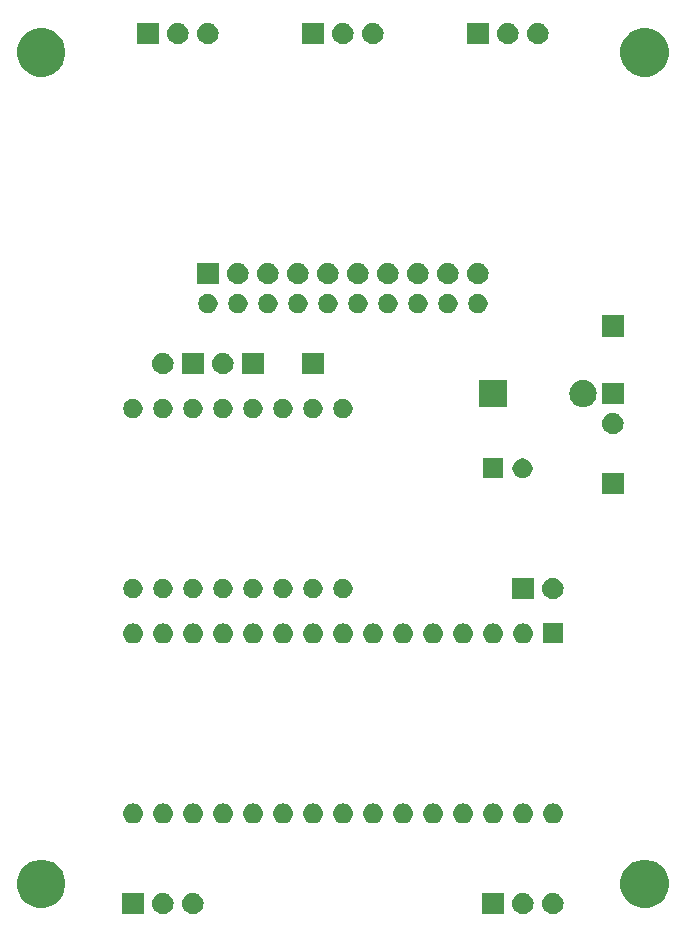
<source format=gbr>
G04 #@! TF.GenerationSoftware,KiCad,Pcbnew,5.0.2-bee76a0~70~ubuntu18.04.1*
G04 #@! TF.CreationDate,2019-04-24T16:28:52+03:00*
G04 #@! TF.ProjectId,hw,68772e6b-6963-4616-945f-706362585858,rev?*
G04 #@! TF.SameCoordinates,Original*
G04 #@! TF.FileFunction,Soldermask,Bot*
G04 #@! TF.FilePolarity,Negative*
%FSLAX46Y46*%
G04 Gerber Fmt 4.6, Leading zero omitted, Abs format (unit mm)*
G04 Created by KiCad (PCBNEW 5.0.2-bee76a0~70~ubuntu18.04.1) date ke 24. huhtikuuta 2019 16.28.52*
%MOMM*%
%LPD*%
G01*
G04 APERTURE LIST*
%ADD10C,0.100000*%
G04 APERTURE END LIST*
D10*
G36*
X125840442Y-123565518D02*
X125906627Y-123572037D01*
X126019853Y-123606384D01*
X126076467Y-123623557D01*
X126215087Y-123697652D01*
X126232991Y-123707222D01*
X126268729Y-123736552D01*
X126370186Y-123819814D01*
X126453448Y-123921271D01*
X126482778Y-123957009D01*
X126482779Y-123957011D01*
X126566443Y-124113533D01*
X126566443Y-124113534D01*
X126617963Y-124283373D01*
X126635359Y-124460000D01*
X126617963Y-124636627D01*
X126583616Y-124749853D01*
X126566443Y-124806467D01*
X126542639Y-124851000D01*
X126482778Y-124962991D01*
X126453448Y-124998729D01*
X126370186Y-125100186D01*
X126268729Y-125183448D01*
X126232991Y-125212778D01*
X126232989Y-125212779D01*
X126076467Y-125296443D01*
X126019853Y-125313616D01*
X125906627Y-125347963D01*
X125840442Y-125354482D01*
X125774260Y-125361000D01*
X125685740Y-125361000D01*
X125619558Y-125354482D01*
X125553373Y-125347963D01*
X125440147Y-125313616D01*
X125383533Y-125296443D01*
X125227011Y-125212779D01*
X125227009Y-125212778D01*
X125191271Y-125183448D01*
X125089814Y-125100186D01*
X125006552Y-124998729D01*
X124977222Y-124962991D01*
X124917361Y-124851000D01*
X124893557Y-124806467D01*
X124876384Y-124749853D01*
X124842037Y-124636627D01*
X124824641Y-124460000D01*
X124842037Y-124283373D01*
X124893557Y-124113534D01*
X124893557Y-124113533D01*
X124977221Y-123957011D01*
X124977222Y-123957009D01*
X125006552Y-123921271D01*
X125089814Y-123819814D01*
X125191271Y-123736552D01*
X125227009Y-123707222D01*
X125244913Y-123697652D01*
X125383533Y-123623557D01*
X125440147Y-123606384D01*
X125553373Y-123572037D01*
X125619558Y-123565518D01*
X125685740Y-123559000D01*
X125774260Y-123559000D01*
X125840442Y-123565518D01*
X125840442Y-123565518D01*
G37*
G36*
X123300442Y-123565518D02*
X123366627Y-123572037D01*
X123479853Y-123606384D01*
X123536467Y-123623557D01*
X123675087Y-123697652D01*
X123692991Y-123707222D01*
X123728729Y-123736552D01*
X123830186Y-123819814D01*
X123913448Y-123921271D01*
X123942778Y-123957009D01*
X123942779Y-123957011D01*
X124026443Y-124113533D01*
X124026443Y-124113534D01*
X124077963Y-124283373D01*
X124095359Y-124460000D01*
X124077963Y-124636627D01*
X124043616Y-124749853D01*
X124026443Y-124806467D01*
X124002639Y-124851000D01*
X123942778Y-124962991D01*
X123913448Y-124998729D01*
X123830186Y-125100186D01*
X123728729Y-125183448D01*
X123692991Y-125212778D01*
X123692989Y-125212779D01*
X123536467Y-125296443D01*
X123479853Y-125313616D01*
X123366627Y-125347963D01*
X123300442Y-125354482D01*
X123234260Y-125361000D01*
X123145740Y-125361000D01*
X123079558Y-125354482D01*
X123013373Y-125347963D01*
X122900147Y-125313616D01*
X122843533Y-125296443D01*
X122687011Y-125212779D01*
X122687009Y-125212778D01*
X122651271Y-125183448D01*
X122549814Y-125100186D01*
X122466552Y-124998729D01*
X122437222Y-124962991D01*
X122377361Y-124851000D01*
X122353557Y-124806467D01*
X122336384Y-124749853D01*
X122302037Y-124636627D01*
X122284641Y-124460000D01*
X122302037Y-124283373D01*
X122353557Y-124113534D01*
X122353557Y-124113533D01*
X122437221Y-123957011D01*
X122437222Y-123957009D01*
X122466552Y-123921271D01*
X122549814Y-123819814D01*
X122651271Y-123736552D01*
X122687009Y-123707222D01*
X122704913Y-123697652D01*
X122843533Y-123623557D01*
X122900147Y-123606384D01*
X123013373Y-123572037D01*
X123079558Y-123565518D01*
X123145740Y-123559000D01*
X123234260Y-123559000D01*
X123300442Y-123565518D01*
X123300442Y-123565518D01*
G37*
G36*
X95360442Y-123565518D02*
X95426627Y-123572037D01*
X95539853Y-123606384D01*
X95596467Y-123623557D01*
X95735087Y-123697652D01*
X95752991Y-123707222D01*
X95788729Y-123736552D01*
X95890186Y-123819814D01*
X95973448Y-123921271D01*
X96002778Y-123957009D01*
X96002779Y-123957011D01*
X96086443Y-124113533D01*
X96086443Y-124113534D01*
X96137963Y-124283373D01*
X96155359Y-124460000D01*
X96137963Y-124636627D01*
X96103616Y-124749853D01*
X96086443Y-124806467D01*
X96062639Y-124851000D01*
X96002778Y-124962991D01*
X95973448Y-124998729D01*
X95890186Y-125100186D01*
X95788729Y-125183448D01*
X95752991Y-125212778D01*
X95752989Y-125212779D01*
X95596467Y-125296443D01*
X95539853Y-125313616D01*
X95426627Y-125347963D01*
X95360442Y-125354482D01*
X95294260Y-125361000D01*
X95205740Y-125361000D01*
X95139558Y-125354482D01*
X95073373Y-125347963D01*
X94960147Y-125313616D01*
X94903533Y-125296443D01*
X94747011Y-125212779D01*
X94747009Y-125212778D01*
X94711271Y-125183448D01*
X94609814Y-125100186D01*
X94526552Y-124998729D01*
X94497222Y-124962991D01*
X94437361Y-124851000D01*
X94413557Y-124806467D01*
X94396384Y-124749853D01*
X94362037Y-124636627D01*
X94344641Y-124460000D01*
X94362037Y-124283373D01*
X94413557Y-124113534D01*
X94413557Y-124113533D01*
X94497221Y-123957011D01*
X94497222Y-123957009D01*
X94526552Y-123921271D01*
X94609814Y-123819814D01*
X94711271Y-123736552D01*
X94747009Y-123707222D01*
X94764913Y-123697652D01*
X94903533Y-123623557D01*
X94960147Y-123606384D01*
X95073373Y-123572037D01*
X95139558Y-123565518D01*
X95205740Y-123559000D01*
X95294260Y-123559000D01*
X95360442Y-123565518D01*
X95360442Y-123565518D01*
G37*
G36*
X92820442Y-123565518D02*
X92886627Y-123572037D01*
X92999853Y-123606384D01*
X93056467Y-123623557D01*
X93195087Y-123697652D01*
X93212991Y-123707222D01*
X93248729Y-123736552D01*
X93350186Y-123819814D01*
X93433448Y-123921271D01*
X93462778Y-123957009D01*
X93462779Y-123957011D01*
X93546443Y-124113533D01*
X93546443Y-124113534D01*
X93597963Y-124283373D01*
X93615359Y-124460000D01*
X93597963Y-124636627D01*
X93563616Y-124749853D01*
X93546443Y-124806467D01*
X93522639Y-124851000D01*
X93462778Y-124962991D01*
X93433448Y-124998729D01*
X93350186Y-125100186D01*
X93248729Y-125183448D01*
X93212991Y-125212778D01*
X93212989Y-125212779D01*
X93056467Y-125296443D01*
X92999853Y-125313616D01*
X92886627Y-125347963D01*
X92820442Y-125354482D01*
X92754260Y-125361000D01*
X92665740Y-125361000D01*
X92599558Y-125354482D01*
X92533373Y-125347963D01*
X92420147Y-125313616D01*
X92363533Y-125296443D01*
X92207011Y-125212779D01*
X92207009Y-125212778D01*
X92171271Y-125183448D01*
X92069814Y-125100186D01*
X91986552Y-124998729D01*
X91957222Y-124962991D01*
X91897361Y-124851000D01*
X91873557Y-124806467D01*
X91856384Y-124749853D01*
X91822037Y-124636627D01*
X91804641Y-124460000D01*
X91822037Y-124283373D01*
X91873557Y-124113534D01*
X91873557Y-124113533D01*
X91957221Y-123957011D01*
X91957222Y-123957009D01*
X91986552Y-123921271D01*
X92069814Y-123819814D01*
X92171271Y-123736552D01*
X92207009Y-123707222D01*
X92224913Y-123697652D01*
X92363533Y-123623557D01*
X92420147Y-123606384D01*
X92533373Y-123572037D01*
X92599558Y-123565518D01*
X92665740Y-123559000D01*
X92754260Y-123559000D01*
X92820442Y-123565518D01*
X92820442Y-123565518D01*
G37*
G36*
X121551000Y-125361000D02*
X119749000Y-125361000D01*
X119749000Y-123559000D01*
X121551000Y-123559000D01*
X121551000Y-125361000D01*
X121551000Y-125361000D01*
G37*
G36*
X91071000Y-125361000D02*
X89269000Y-125361000D01*
X89269000Y-123559000D01*
X91071000Y-123559000D01*
X91071000Y-125361000D01*
X91071000Y-125361000D01*
G37*
G36*
X134098252Y-120827818D02*
X134098254Y-120827819D01*
X134098255Y-120827819D01*
X134471513Y-120982427D01*
X134471514Y-120982428D01*
X134807439Y-121206886D01*
X135093114Y-121492561D01*
X135093116Y-121492564D01*
X135317573Y-121828487D01*
X135472181Y-122201745D01*
X135551000Y-122597994D01*
X135551000Y-123002006D01*
X135472181Y-123398255D01*
X135317573Y-123771513D01*
X135193628Y-123957009D01*
X135093114Y-124107439D01*
X134807439Y-124393114D01*
X134807436Y-124393116D01*
X134471513Y-124617573D01*
X134098255Y-124772181D01*
X134098254Y-124772181D01*
X134098252Y-124772182D01*
X133702007Y-124851000D01*
X133297993Y-124851000D01*
X132901748Y-124772182D01*
X132901746Y-124772181D01*
X132901745Y-124772181D01*
X132528487Y-124617573D01*
X132192564Y-124393116D01*
X132192561Y-124393114D01*
X131906886Y-124107439D01*
X131806372Y-123957009D01*
X131682427Y-123771513D01*
X131527819Y-123398255D01*
X131449000Y-123002006D01*
X131449000Y-122597994D01*
X131527819Y-122201745D01*
X131682427Y-121828487D01*
X131906884Y-121492564D01*
X131906886Y-121492561D01*
X132192561Y-121206886D01*
X132528486Y-120982428D01*
X132528487Y-120982427D01*
X132901745Y-120827819D01*
X132901746Y-120827819D01*
X132901748Y-120827818D01*
X133297993Y-120749000D01*
X133702007Y-120749000D01*
X134098252Y-120827818D01*
X134098252Y-120827818D01*
G37*
G36*
X82998252Y-120827818D02*
X82998254Y-120827819D01*
X82998255Y-120827819D01*
X83371513Y-120982427D01*
X83371514Y-120982428D01*
X83707439Y-121206886D01*
X83993114Y-121492561D01*
X83993116Y-121492564D01*
X84217573Y-121828487D01*
X84372181Y-122201745D01*
X84451000Y-122597994D01*
X84451000Y-123002006D01*
X84372181Y-123398255D01*
X84217573Y-123771513D01*
X84093628Y-123957009D01*
X83993114Y-124107439D01*
X83707439Y-124393114D01*
X83707436Y-124393116D01*
X83371513Y-124617573D01*
X82998255Y-124772181D01*
X82998254Y-124772181D01*
X82998252Y-124772182D01*
X82602007Y-124851000D01*
X82197993Y-124851000D01*
X81801748Y-124772182D01*
X81801746Y-124772181D01*
X81801745Y-124772181D01*
X81428487Y-124617573D01*
X81092564Y-124393116D01*
X81092561Y-124393114D01*
X80806886Y-124107439D01*
X80706372Y-123957009D01*
X80582427Y-123771513D01*
X80427819Y-123398255D01*
X80349000Y-123002006D01*
X80349000Y-122597994D01*
X80427819Y-122201745D01*
X80582427Y-121828487D01*
X80806884Y-121492564D01*
X80806886Y-121492561D01*
X81092561Y-121206886D01*
X81428486Y-120982428D01*
X81428487Y-120982427D01*
X81801745Y-120827819D01*
X81801746Y-120827819D01*
X81801748Y-120827818D01*
X82197993Y-120749000D01*
X82602007Y-120749000D01*
X82998252Y-120827818D01*
X82998252Y-120827818D01*
G37*
G36*
X105576821Y-116001313D02*
X105576824Y-116001314D01*
X105576825Y-116001314D01*
X105737239Y-116049975D01*
X105737241Y-116049976D01*
X105737244Y-116049977D01*
X105885078Y-116128995D01*
X106014659Y-116235341D01*
X106121005Y-116364922D01*
X106200023Y-116512756D01*
X106248687Y-116673179D01*
X106265117Y-116840000D01*
X106248687Y-117006821D01*
X106200023Y-117167244D01*
X106121005Y-117315078D01*
X106014659Y-117444659D01*
X105885078Y-117551005D01*
X105737244Y-117630023D01*
X105737241Y-117630024D01*
X105737239Y-117630025D01*
X105576825Y-117678686D01*
X105576824Y-117678686D01*
X105576821Y-117678687D01*
X105451804Y-117691000D01*
X105368196Y-117691000D01*
X105243179Y-117678687D01*
X105243176Y-117678686D01*
X105243175Y-117678686D01*
X105082761Y-117630025D01*
X105082759Y-117630024D01*
X105082756Y-117630023D01*
X104934922Y-117551005D01*
X104805341Y-117444659D01*
X104698995Y-117315078D01*
X104619977Y-117167244D01*
X104571313Y-117006821D01*
X104554883Y-116840000D01*
X104571313Y-116673179D01*
X104619977Y-116512756D01*
X104698995Y-116364922D01*
X104805341Y-116235341D01*
X104934922Y-116128995D01*
X105082756Y-116049977D01*
X105082759Y-116049976D01*
X105082761Y-116049975D01*
X105243175Y-116001314D01*
X105243176Y-116001314D01*
X105243179Y-116001313D01*
X105368196Y-115989000D01*
X105451804Y-115989000D01*
X105576821Y-116001313D01*
X105576821Y-116001313D01*
G37*
G36*
X118276821Y-116001313D02*
X118276824Y-116001314D01*
X118276825Y-116001314D01*
X118437239Y-116049975D01*
X118437241Y-116049976D01*
X118437244Y-116049977D01*
X118585078Y-116128995D01*
X118714659Y-116235341D01*
X118821005Y-116364922D01*
X118900023Y-116512756D01*
X118948687Y-116673179D01*
X118965117Y-116840000D01*
X118948687Y-117006821D01*
X118900023Y-117167244D01*
X118821005Y-117315078D01*
X118714659Y-117444659D01*
X118585078Y-117551005D01*
X118437244Y-117630023D01*
X118437241Y-117630024D01*
X118437239Y-117630025D01*
X118276825Y-117678686D01*
X118276824Y-117678686D01*
X118276821Y-117678687D01*
X118151804Y-117691000D01*
X118068196Y-117691000D01*
X117943179Y-117678687D01*
X117943176Y-117678686D01*
X117943175Y-117678686D01*
X117782761Y-117630025D01*
X117782759Y-117630024D01*
X117782756Y-117630023D01*
X117634922Y-117551005D01*
X117505341Y-117444659D01*
X117398995Y-117315078D01*
X117319977Y-117167244D01*
X117271313Y-117006821D01*
X117254883Y-116840000D01*
X117271313Y-116673179D01*
X117319977Y-116512756D01*
X117398995Y-116364922D01*
X117505341Y-116235341D01*
X117634922Y-116128995D01*
X117782756Y-116049977D01*
X117782759Y-116049976D01*
X117782761Y-116049975D01*
X117943175Y-116001314D01*
X117943176Y-116001314D01*
X117943179Y-116001313D01*
X118068196Y-115989000D01*
X118151804Y-115989000D01*
X118276821Y-116001313D01*
X118276821Y-116001313D01*
G37*
G36*
X115736821Y-116001313D02*
X115736824Y-116001314D01*
X115736825Y-116001314D01*
X115897239Y-116049975D01*
X115897241Y-116049976D01*
X115897244Y-116049977D01*
X116045078Y-116128995D01*
X116174659Y-116235341D01*
X116281005Y-116364922D01*
X116360023Y-116512756D01*
X116408687Y-116673179D01*
X116425117Y-116840000D01*
X116408687Y-117006821D01*
X116360023Y-117167244D01*
X116281005Y-117315078D01*
X116174659Y-117444659D01*
X116045078Y-117551005D01*
X115897244Y-117630023D01*
X115897241Y-117630024D01*
X115897239Y-117630025D01*
X115736825Y-117678686D01*
X115736824Y-117678686D01*
X115736821Y-117678687D01*
X115611804Y-117691000D01*
X115528196Y-117691000D01*
X115403179Y-117678687D01*
X115403176Y-117678686D01*
X115403175Y-117678686D01*
X115242761Y-117630025D01*
X115242759Y-117630024D01*
X115242756Y-117630023D01*
X115094922Y-117551005D01*
X114965341Y-117444659D01*
X114858995Y-117315078D01*
X114779977Y-117167244D01*
X114731313Y-117006821D01*
X114714883Y-116840000D01*
X114731313Y-116673179D01*
X114779977Y-116512756D01*
X114858995Y-116364922D01*
X114965341Y-116235341D01*
X115094922Y-116128995D01*
X115242756Y-116049977D01*
X115242759Y-116049976D01*
X115242761Y-116049975D01*
X115403175Y-116001314D01*
X115403176Y-116001314D01*
X115403179Y-116001313D01*
X115528196Y-115989000D01*
X115611804Y-115989000D01*
X115736821Y-116001313D01*
X115736821Y-116001313D01*
G37*
G36*
X113196821Y-116001313D02*
X113196824Y-116001314D01*
X113196825Y-116001314D01*
X113357239Y-116049975D01*
X113357241Y-116049976D01*
X113357244Y-116049977D01*
X113505078Y-116128995D01*
X113634659Y-116235341D01*
X113741005Y-116364922D01*
X113820023Y-116512756D01*
X113868687Y-116673179D01*
X113885117Y-116840000D01*
X113868687Y-117006821D01*
X113820023Y-117167244D01*
X113741005Y-117315078D01*
X113634659Y-117444659D01*
X113505078Y-117551005D01*
X113357244Y-117630023D01*
X113357241Y-117630024D01*
X113357239Y-117630025D01*
X113196825Y-117678686D01*
X113196824Y-117678686D01*
X113196821Y-117678687D01*
X113071804Y-117691000D01*
X112988196Y-117691000D01*
X112863179Y-117678687D01*
X112863176Y-117678686D01*
X112863175Y-117678686D01*
X112702761Y-117630025D01*
X112702759Y-117630024D01*
X112702756Y-117630023D01*
X112554922Y-117551005D01*
X112425341Y-117444659D01*
X112318995Y-117315078D01*
X112239977Y-117167244D01*
X112191313Y-117006821D01*
X112174883Y-116840000D01*
X112191313Y-116673179D01*
X112239977Y-116512756D01*
X112318995Y-116364922D01*
X112425341Y-116235341D01*
X112554922Y-116128995D01*
X112702756Y-116049977D01*
X112702759Y-116049976D01*
X112702761Y-116049975D01*
X112863175Y-116001314D01*
X112863176Y-116001314D01*
X112863179Y-116001313D01*
X112988196Y-115989000D01*
X113071804Y-115989000D01*
X113196821Y-116001313D01*
X113196821Y-116001313D01*
G37*
G36*
X110656821Y-116001313D02*
X110656824Y-116001314D01*
X110656825Y-116001314D01*
X110817239Y-116049975D01*
X110817241Y-116049976D01*
X110817244Y-116049977D01*
X110965078Y-116128995D01*
X111094659Y-116235341D01*
X111201005Y-116364922D01*
X111280023Y-116512756D01*
X111328687Y-116673179D01*
X111345117Y-116840000D01*
X111328687Y-117006821D01*
X111280023Y-117167244D01*
X111201005Y-117315078D01*
X111094659Y-117444659D01*
X110965078Y-117551005D01*
X110817244Y-117630023D01*
X110817241Y-117630024D01*
X110817239Y-117630025D01*
X110656825Y-117678686D01*
X110656824Y-117678686D01*
X110656821Y-117678687D01*
X110531804Y-117691000D01*
X110448196Y-117691000D01*
X110323179Y-117678687D01*
X110323176Y-117678686D01*
X110323175Y-117678686D01*
X110162761Y-117630025D01*
X110162759Y-117630024D01*
X110162756Y-117630023D01*
X110014922Y-117551005D01*
X109885341Y-117444659D01*
X109778995Y-117315078D01*
X109699977Y-117167244D01*
X109651313Y-117006821D01*
X109634883Y-116840000D01*
X109651313Y-116673179D01*
X109699977Y-116512756D01*
X109778995Y-116364922D01*
X109885341Y-116235341D01*
X110014922Y-116128995D01*
X110162756Y-116049977D01*
X110162759Y-116049976D01*
X110162761Y-116049975D01*
X110323175Y-116001314D01*
X110323176Y-116001314D01*
X110323179Y-116001313D01*
X110448196Y-115989000D01*
X110531804Y-115989000D01*
X110656821Y-116001313D01*
X110656821Y-116001313D01*
G37*
G36*
X108116821Y-116001313D02*
X108116824Y-116001314D01*
X108116825Y-116001314D01*
X108277239Y-116049975D01*
X108277241Y-116049976D01*
X108277244Y-116049977D01*
X108425078Y-116128995D01*
X108554659Y-116235341D01*
X108661005Y-116364922D01*
X108740023Y-116512756D01*
X108788687Y-116673179D01*
X108805117Y-116840000D01*
X108788687Y-117006821D01*
X108740023Y-117167244D01*
X108661005Y-117315078D01*
X108554659Y-117444659D01*
X108425078Y-117551005D01*
X108277244Y-117630023D01*
X108277241Y-117630024D01*
X108277239Y-117630025D01*
X108116825Y-117678686D01*
X108116824Y-117678686D01*
X108116821Y-117678687D01*
X107991804Y-117691000D01*
X107908196Y-117691000D01*
X107783179Y-117678687D01*
X107783176Y-117678686D01*
X107783175Y-117678686D01*
X107622761Y-117630025D01*
X107622759Y-117630024D01*
X107622756Y-117630023D01*
X107474922Y-117551005D01*
X107345341Y-117444659D01*
X107238995Y-117315078D01*
X107159977Y-117167244D01*
X107111313Y-117006821D01*
X107094883Y-116840000D01*
X107111313Y-116673179D01*
X107159977Y-116512756D01*
X107238995Y-116364922D01*
X107345341Y-116235341D01*
X107474922Y-116128995D01*
X107622756Y-116049977D01*
X107622759Y-116049976D01*
X107622761Y-116049975D01*
X107783175Y-116001314D01*
X107783176Y-116001314D01*
X107783179Y-116001313D01*
X107908196Y-115989000D01*
X107991804Y-115989000D01*
X108116821Y-116001313D01*
X108116821Y-116001313D01*
G37*
G36*
X103036821Y-116001313D02*
X103036824Y-116001314D01*
X103036825Y-116001314D01*
X103197239Y-116049975D01*
X103197241Y-116049976D01*
X103197244Y-116049977D01*
X103345078Y-116128995D01*
X103474659Y-116235341D01*
X103581005Y-116364922D01*
X103660023Y-116512756D01*
X103708687Y-116673179D01*
X103725117Y-116840000D01*
X103708687Y-117006821D01*
X103660023Y-117167244D01*
X103581005Y-117315078D01*
X103474659Y-117444659D01*
X103345078Y-117551005D01*
X103197244Y-117630023D01*
X103197241Y-117630024D01*
X103197239Y-117630025D01*
X103036825Y-117678686D01*
X103036824Y-117678686D01*
X103036821Y-117678687D01*
X102911804Y-117691000D01*
X102828196Y-117691000D01*
X102703179Y-117678687D01*
X102703176Y-117678686D01*
X102703175Y-117678686D01*
X102542761Y-117630025D01*
X102542759Y-117630024D01*
X102542756Y-117630023D01*
X102394922Y-117551005D01*
X102265341Y-117444659D01*
X102158995Y-117315078D01*
X102079977Y-117167244D01*
X102031313Y-117006821D01*
X102014883Y-116840000D01*
X102031313Y-116673179D01*
X102079977Y-116512756D01*
X102158995Y-116364922D01*
X102265341Y-116235341D01*
X102394922Y-116128995D01*
X102542756Y-116049977D01*
X102542759Y-116049976D01*
X102542761Y-116049975D01*
X102703175Y-116001314D01*
X102703176Y-116001314D01*
X102703179Y-116001313D01*
X102828196Y-115989000D01*
X102911804Y-115989000D01*
X103036821Y-116001313D01*
X103036821Y-116001313D01*
G37*
G36*
X100496821Y-116001313D02*
X100496824Y-116001314D01*
X100496825Y-116001314D01*
X100657239Y-116049975D01*
X100657241Y-116049976D01*
X100657244Y-116049977D01*
X100805078Y-116128995D01*
X100934659Y-116235341D01*
X101041005Y-116364922D01*
X101120023Y-116512756D01*
X101168687Y-116673179D01*
X101185117Y-116840000D01*
X101168687Y-117006821D01*
X101120023Y-117167244D01*
X101041005Y-117315078D01*
X100934659Y-117444659D01*
X100805078Y-117551005D01*
X100657244Y-117630023D01*
X100657241Y-117630024D01*
X100657239Y-117630025D01*
X100496825Y-117678686D01*
X100496824Y-117678686D01*
X100496821Y-117678687D01*
X100371804Y-117691000D01*
X100288196Y-117691000D01*
X100163179Y-117678687D01*
X100163176Y-117678686D01*
X100163175Y-117678686D01*
X100002761Y-117630025D01*
X100002759Y-117630024D01*
X100002756Y-117630023D01*
X99854922Y-117551005D01*
X99725341Y-117444659D01*
X99618995Y-117315078D01*
X99539977Y-117167244D01*
X99491313Y-117006821D01*
X99474883Y-116840000D01*
X99491313Y-116673179D01*
X99539977Y-116512756D01*
X99618995Y-116364922D01*
X99725341Y-116235341D01*
X99854922Y-116128995D01*
X100002756Y-116049977D01*
X100002759Y-116049976D01*
X100002761Y-116049975D01*
X100163175Y-116001314D01*
X100163176Y-116001314D01*
X100163179Y-116001313D01*
X100288196Y-115989000D01*
X100371804Y-115989000D01*
X100496821Y-116001313D01*
X100496821Y-116001313D01*
G37*
G36*
X97956821Y-116001313D02*
X97956824Y-116001314D01*
X97956825Y-116001314D01*
X98117239Y-116049975D01*
X98117241Y-116049976D01*
X98117244Y-116049977D01*
X98265078Y-116128995D01*
X98394659Y-116235341D01*
X98501005Y-116364922D01*
X98580023Y-116512756D01*
X98628687Y-116673179D01*
X98645117Y-116840000D01*
X98628687Y-117006821D01*
X98580023Y-117167244D01*
X98501005Y-117315078D01*
X98394659Y-117444659D01*
X98265078Y-117551005D01*
X98117244Y-117630023D01*
X98117241Y-117630024D01*
X98117239Y-117630025D01*
X97956825Y-117678686D01*
X97956824Y-117678686D01*
X97956821Y-117678687D01*
X97831804Y-117691000D01*
X97748196Y-117691000D01*
X97623179Y-117678687D01*
X97623176Y-117678686D01*
X97623175Y-117678686D01*
X97462761Y-117630025D01*
X97462759Y-117630024D01*
X97462756Y-117630023D01*
X97314922Y-117551005D01*
X97185341Y-117444659D01*
X97078995Y-117315078D01*
X96999977Y-117167244D01*
X96951313Y-117006821D01*
X96934883Y-116840000D01*
X96951313Y-116673179D01*
X96999977Y-116512756D01*
X97078995Y-116364922D01*
X97185341Y-116235341D01*
X97314922Y-116128995D01*
X97462756Y-116049977D01*
X97462759Y-116049976D01*
X97462761Y-116049975D01*
X97623175Y-116001314D01*
X97623176Y-116001314D01*
X97623179Y-116001313D01*
X97748196Y-115989000D01*
X97831804Y-115989000D01*
X97956821Y-116001313D01*
X97956821Y-116001313D01*
G37*
G36*
X95416821Y-116001313D02*
X95416824Y-116001314D01*
X95416825Y-116001314D01*
X95577239Y-116049975D01*
X95577241Y-116049976D01*
X95577244Y-116049977D01*
X95725078Y-116128995D01*
X95854659Y-116235341D01*
X95961005Y-116364922D01*
X96040023Y-116512756D01*
X96088687Y-116673179D01*
X96105117Y-116840000D01*
X96088687Y-117006821D01*
X96040023Y-117167244D01*
X95961005Y-117315078D01*
X95854659Y-117444659D01*
X95725078Y-117551005D01*
X95577244Y-117630023D01*
X95577241Y-117630024D01*
X95577239Y-117630025D01*
X95416825Y-117678686D01*
X95416824Y-117678686D01*
X95416821Y-117678687D01*
X95291804Y-117691000D01*
X95208196Y-117691000D01*
X95083179Y-117678687D01*
X95083176Y-117678686D01*
X95083175Y-117678686D01*
X94922761Y-117630025D01*
X94922759Y-117630024D01*
X94922756Y-117630023D01*
X94774922Y-117551005D01*
X94645341Y-117444659D01*
X94538995Y-117315078D01*
X94459977Y-117167244D01*
X94411313Y-117006821D01*
X94394883Y-116840000D01*
X94411313Y-116673179D01*
X94459977Y-116512756D01*
X94538995Y-116364922D01*
X94645341Y-116235341D01*
X94774922Y-116128995D01*
X94922756Y-116049977D01*
X94922759Y-116049976D01*
X94922761Y-116049975D01*
X95083175Y-116001314D01*
X95083176Y-116001314D01*
X95083179Y-116001313D01*
X95208196Y-115989000D01*
X95291804Y-115989000D01*
X95416821Y-116001313D01*
X95416821Y-116001313D01*
G37*
G36*
X120816821Y-116001313D02*
X120816824Y-116001314D01*
X120816825Y-116001314D01*
X120977239Y-116049975D01*
X120977241Y-116049976D01*
X120977244Y-116049977D01*
X121125078Y-116128995D01*
X121254659Y-116235341D01*
X121361005Y-116364922D01*
X121440023Y-116512756D01*
X121488687Y-116673179D01*
X121505117Y-116840000D01*
X121488687Y-117006821D01*
X121440023Y-117167244D01*
X121361005Y-117315078D01*
X121254659Y-117444659D01*
X121125078Y-117551005D01*
X120977244Y-117630023D01*
X120977241Y-117630024D01*
X120977239Y-117630025D01*
X120816825Y-117678686D01*
X120816824Y-117678686D01*
X120816821Y-117678687D01*
X120691804Y-117691000D01*
X120608196Y-117691000D01*
X120483179Y-117678687D01*
X120483176Y-117678686D01*
X120483175Y-117678686D01*
X120322761Y-117630025D01*
X120322759Y-117630024D01*
X120322756Y-117630023D01*
X120174922Y-117551005D01*
X120045341Y-117444659D01*
X119938995Y-117315078D01*
X119859977Y-117167244D01*
X119811313Y-117006821D01*
X119794883Y-116840000D01*
X119811313Y-116673179D01*
X119859977Y-116512756D01*
X119938995Y-116364922D01*
X120045341Y-116235341D01*
X120174922Y-116128995D01*
X120322756Y-116049977D01*
X120322759Y-116049976D01*
X120322761Y-116049975D01*
X120483175Y-116001314D01*
X120483176Y-116001314D01*
X120483179Y-116001313D01*
X120608196Y-115989000D01*
X120691804Y-115989000D01*
X120816821Y-116001313D01*
X120816821Y-116001313D01*
G37*
G36*
X125896821Y-116001313D02*
X125896824Y-116001314D01*
X125896825Y-116001314D01*
X126057239Y-116049975D01*
X126057241Y-116049976D01*
X126057244Y-116049977D01*
X126205078Y-116128995D01*
X126334659Y-116235341D01*
X126441005Y-116364922D01*
X126520023Y-116512756D01*
X126568687Y-116673179D01*
X126585117Y-116840000D01*
X126568687Y-117006821D01*
X126520023Y-117167244D01*
X126441005Y-117315078D01*
X126334659Y-117444659D01*
X126205078Y-117551005D01*
X126057244Y-117630023D01*
X126057241Y-117630024D01*
X126057239Y-117630025D01*
X125896825Y-117678686D01*
X125896824Y-117678686D01*
X125896821Y-117678687D01*
X125771804Y-117691000D01*
X125688196Y-117691000D01*
X125563179Y-117678687D01*
X125563176Y-117678686D01*
X125563175Y-117678686D01*
X125402761Y-117630025D01*
X125402759Y-117630024D01*
X125402756Y-117630023D01*
X125254922Y-117551005D01*
X125125341Y-117444659D01*
X125018995Y-117315078D01*
X124939977Y-117167244D01*
X124891313Y-117006821D01*
X124874883Y-116840000D01*
X124891313Y-116673179D01*
X124939977Y-116512756D01*
X125018995Y-116364922D01*
X125125341Y-116235341D01*
X125254922Y-116128995D01*
X125402756Y-116049977D01*
X125402759Y-116049976D01*
X125402761Y-116049975D01*
X125563175Y-116001314D01*
X125563176Y-116001314D01*
X125563179Y-116001313D01*
X125688196Y-115989000D01*
X125771804Y-115989000D01*
X125896821Y-116001313D01*
X125896821Y-116001313D01*
G37*
G36*
X90336821Y-116001313D02*
X90336824Y-116001314D01*
X90336825Y-116001314D01*
X90497239Y-116049975D01*
X90497241Y-116049976D01*
X90497244Y-116049977D01*
X90645078Y-116128995D01*
X90774659Y-116235341D01*
X90881005Y-116364922D01*
X90960023Y-116512756D01*
X91008687Y-116673179D01*
X91025117Y-116840000D01*
X91008687Y-117006821D01*
X90960023Y-117167244D01*
X90881005Y-117315078D01*
X90774659Y-117444659D01*
X90645078Y-117551005D01*
X90497244Y-117630023D01*
X90497241Y-117630024D01*
X90497239Y-117630025D01*
X90336825Y-117678686D01*
X90336824Y-117678686D01*
X90336821Y-117678687D01*
X90211804Y-117691000D01*
X90128196Y-117691000D01*
X90003179Y-117678687D01*
X90003176Y-117678686D01*
X90003175Y-117678686D01*
X89842761Y-117630025D01*
X89842759Y-117630024D01*
X89842756Y-117630023D01*
X89694922Y-117551005D01*
X89565341Y-117444659D01*
X89458995Y-117315078D01*
X89379977Y-117167244D01*
X89331313Y-117006821D01*
X89314883Y-116840000D01*
X89331313Y-116673179D01*
X89379977Y-116512756D01*
X89458995Y-116364922D01*
X89565341Y-116235341D01*
X89694922Y-116128995D01*
X89842756Y-116049977D01*
X89842759Y-116049976D01*
X89842761Y-116049975D01*
X90003175Y-116001314D01*
X90003176Y-116001314D01*
X90003179Y-116001313D01*
X90128196Y-115989000D01*
X90211804Y-115989000D01*
X90336821Y-116001313D01*
X90336821Y-116001313D01*
G37*
G36*
X123356821Y-116001313D02*
X123356824Y-116001314D01*
X123356825Y-116001314D01*
X123517239Y-116049975D01*
X123517241Y-116049976D01*
X123517244Y-116049977D01*
X123665078Y-116128995D01*
X123794659Y-116235341D01*
X123901005Y-116364922D01*
X123980023Y-116512756D01*
X124028687Y-116673179D01*
X124045117Y-116840000D01*
X124028687Y-117006821D01*
X123980023Y-117167244D01*
X123901005Y-117315078D01*
X123794659Y-117444659D01*
X123665078Y-117551005D01*
X123517244Y-117630023D01*
X123517241Y-117630024D01*
X123517239Y-117630025D01*
X123356825Y-117678686D01*
X123356824Y-117678686D01*
X123356821Y-117678687D01*
X123231804Y-117691000D01*
X123148196Y-117691000D01*
X123023179Y-117678687D01*
X123023176Y-117678686D01*
X123023175Y-117678686D01*
X122862761Y-117630025D01*
X122862759Y-117630024D01*
X122862756Y-117630023D01*
X122714922Y-117551005D01*
X122585341Y-117444659D01*
X122478995Y-117315078D01*
X122399977Y-117167244D01*
X122351313Y-117006821D01*
X122334883Y-116840000D01*
X122351313Y-116673179D01*
X122399977Y-116512756D01*
X122478995Y-116364922D01*
X122585341Y-116235341D01*
X122714922Y-116128995D01*
X122862756Y-116049977D01*
X122862759Y-116049976D01*
X122862761Y-116049975D01*
X123023175Y-116001314D01*
X123023176Y-116001314D01*
X123023179Y-116001313D01*
X123148196Y-115989000D01*
X123231804Y-115989000D01*
X123356821Y-116001313D01*
X123356821Y-116001313D01*
G37*
G36*
X92876821Y-116001313D02*
X92876824Y-116001314D01*
X92876825Y-116001314D01*
X93037239Y-116049975D01*
X93037241Y-116049976D01*
X93037244Y-116049977D01*
X93185078Y-116128995D01*
X93314659Y-116235341D01*
X93421005Y-116364922D01*
X93500023Y-116512756D01*
X93548687Y-116673179D01*
X93565117Y-116840000D01*
X93548687Y-117006821D01*
X93500023Y-117167244D01*
X93421005Y-117315078D01*
X93314659Y-117444659D01*
X93185078Y-117551005D01*
X93037244Y-117630023D01*
X93037241Y-117630024D01*
X93037239Y-117630025D01*
X92876825Y-117678686D01*
X92876824Y-117678686D01*
X92876821Y-117678687D01*
X92751804Y-117691000D01*
X92668196Y-117691000D01*
X92543179Y-117678687D01*
X92543176Y-117678686D01*
X92543175Y-117678686D01*
X92382761Y-117630025D01*
X92382759Y-117630024D01*
X92382756Y-117630023D01*
X92234922Y-117551005D01*
X92105341Y-117444659D01*
X91998995Y-117315078D01*
X91919977Y-117167244D01*
X91871313Y-117006821D01*
X91854883Y-116840000D01*
X91871313Y-116673179D01*
X91919977Y-116512756D01*
X91998995Y-116364922D01*
X92105341Y-116235341D01*
X92234922Y-116128995D01*
X92382756Y-116049977D01*
X92382759Y-116049976D01*
X92382761Y-116049975D01*
X92543175Y-116001314D01*
X92543176Y-116001314D01*
X92543179Y-116001313D01*
X92668196Y-115989000D01*
X92751804Y-115989000D01*
X92876821Y-116001313D01*
X92876821Y-116001313D01*
G37*
G36*
X90336821Y-100761313D02*
X90336824Y-100761314D01*
X90336825Y-100761314D01*
X90497239Y-100809975D01*
X90497241Y-100809976D01*
X90497244Y-100809977D01*
X90645078Y-100888995D01*
X90774659Y-100995341D01*
X90881005Y-101124922D01*
X90960023Y-101272756D01*
X91008687Y-101433179D01*
X91025117Y-101600000D01*
X91008687Y-101766821D01*
X90960023Y-101927244D01*
X90881005Y-102075078D01*
X90774659Y-102204659D01*
X90645078Y-102311005D01*
X90497244Y-102390023D01*
X90497241Y-102390024D01*
X90497239Y-102390025D01*
X90336825Y-102438686D01*
X90336824Y-102438686D01*
X90336821Y-102438687D01*
X90211804Y-102451000D01*
X90128196Y-102451000D01*
X90003179Y-102438687D01*
X90003176Y-102438686D01*
X90003175Y-102438686D01*
X89842761Y-102390025D01*
X89842759Y-102390024D01*
X89842756Y-102390023D01*
X89694922Y-102311005D01*
X89565341Y-102204659D01*
X89458995Y-102075078D01*
X89379977Y-101927244D01*
X89331313Y-101766821D01*
X89314883Y-101600000D01*
X89331313Y-101433179D01*
X89379977Y-101272756D01*
X89458995Y-101124922D01*
X89565341Y-100995341D01*
X89694922Y-100888995D01*
X89842756Y-100809977D01*
X89842759Y-100809976D01*
X89842761Y-100809975D01*
X90003175Y-100761314D01*
X90003176Y-100761314D01*
X90003179Y-100761313D01*
X90128196Y-100749000D01*
X90211804Y-100749000D01*
X90336821Y-100761313D01*
X90336821Y-100761313D01*
G37*
G36*
X95416821Y-100761313D02*
X95416824Y-100761314D01*
X95416825Y-100761314D01*
X95577239Y-100809975D01*
X95577241Y-100809976D01*
X95577244Y-100809977D01*
X95725078Y-100888995D01*
X95854659Y-100995341D01*
X95961005Y-101124922D01*
X96040023Y-101272756D01*
X96088687Y-101433179D01*
X96105117Y-101600000D01*
X96088687Y-101766821D01*
X96040023Y-101927244D01*
X95961005Y-102075078D01*
X95854659Y-102204659D01*
X95725078Y-102311005D01*
X95577244Y-102390023D01*
X95577241Y-102390024D01*
X95577239Y-102390025D01*
X95416825Y-102438686D01*
X95416824Y-102438686D01*
X95416821Y-102438687D01*
X95291804Y-102451000D01*
X95208196Y-102451000D01*
X95083179Y-102438687D01*
X95083176Y-102438686D01*
X95083175Y-102438686D01*
X94922761Y-102390025D01*
X94922759Y-102390024D01*
X94922756Y-102390023D01*
X94774922Y-102311005D01*
X94645341Y-102204659D01*
X94538995Y-102075078D01*
X94459977Y-101927244D01*
X94411313Y-101766821D01*
X94394883Y-101600000D01*
X94411313Y-101433179D01*
X94459977Y-101272756D01*
X94538995Y-101124922D01*
X94645341Y-100995341D01*
X94774922Y-100888995D01*
X94922756Y-100809977D01*
X94922759Y-100809976D01*
X94922761Y-100809975D01*
X95083175Y-100761314D01*
X95083176Y-100761314D01*
X95083179Y-100761313D01*
X95208196Y-100749000D01*
X95291804Y-100749000D01*
X95416821Y-100761313D01*
X95416821Y-100761313D01*
G37*
G36*
X97956821Y-100761313D02*
X97956824Y-100761314D01*
X97956825Y-100761314D01*
X98117239Y-100809975D01*
X98117241Y-100809976D01*
X98117244Y-100809977D01*
X98265078Y-100888995D01*
X98394659Y-100995341D01*
X98501005Y-101124922D01*
X98580023Y-101272756D01*
X98628687Y-101433179D01*
X98645117Y-101600000D01*
X98628687Y-101766821D01*
X98580023Y-101927244D01*
X98501005Y-102075078D01*
X98394659Y-102204659D01*
X98265078Y-102311005D01*
X98117244Y-102390023D01*
X98117241Y-102390024D01*
X98117239Y-102390025D01*
X97956825Y-102438686D01*
X97956824Y-102438686D01*
X97956821Y-102438687D01*
X97831804Y-102451000D01*
X97748196Y-102451000D01*
X97623179Y-102438687D01*
X97623176Y-102438686D01*
X97623175Y-102438686D01*
X97462761Y-102390025D01*
X97462759Y-102390024D01*
X97462756Y-102390023D01*
X97314922Y-102311005D01*
X97185341Y-102204659D01*
X97078995Y-102075078D01*
X96999977Y-101927244D01*
X96951313Y-101766821D01*
X96934883Y-101600000D01*
X96951313Y-101433179D01*
X96999977Y-101272756D01*
X97078995Y-101124922D01*
X97185341Y-100995341D01*
X97314922Y-100888995D01*
X97462756Y-100809977D01*
X97462759Y-100809976D01*
X97462761Y-100809975D01*
X97623175Y-100761314D01*
X97623176Y-100761314D01*
X97623179Y-100761313D01*
X97748196Y-100749000D01*
X97831804Y-100749000D01*
X97956821Y-100761313D01*
X97956821Y-100761313D01*
G37*
G36*
X100496821Y-100761313D02*
X100496824Y-100761314D01*
X100496825Y-100761314D01*
X100657239Y-100809975D01*
X100657241Y-100809976D01*
X100657244Y-100809977D01*
X100805078Y-100888995D01*
X100934659Y-100995341D01*
X101041005Y-101124922D01*
X101120023Y-101272756D01*
X101168687Y-101433179D01*
X101185117Y-101600000D01*
X101168687Y-101766821D01*
X101120023Y-101927244D01*
X101041005Y-102075078D01*
X100934659Y-102204659D01*
X100805078Y-102311005D01*
X100657244Y-102390023D01*
X100657241Y-102390024D01*
X100657239Y-102390025D01*
X100496825Y-102438686D01*
X100496824Y-102438686D01*
X100496821Y-102438687D01*
X100371804Y-102451000D01*
X100288196Y-102451000D01*
X100163179Y-102438687D01*
X100163176Y-102438686D01*
X100163175Y-102438686D01*
X100002761Y-102390025D01*
X100002759Y-102390024D01*
X100002756Y-102390023D01*
X99854922Y-102311005D01*
X99725341Y-102204659D01*
X99618995Y-102075078D01*
X99539977Y-101927244D01*
X99491313Y-101766821D01*
X99474883Y-101600000D01*
X99491313Y-101433179D01*
X99539977Y-101272756D01*
X99618995Y-101124922D01*
X99725341Y-100995341D01*
X99854922Y-100888995D01*
X100002756Y-100809977D01*
X100002759Y-100809976D01*
X100002761Y-100809975D01*
X100163175Y-100761314D01*
X100163176Y-100761314D01*
X100163179Y-100761313D01*
X100288196Y-100749000D01*
X100371804Y-100749000D01*
X100496821Y-100761313D01*
X100496821Y-100761313D01*
G37*
G36*
X105576821Y-100761313D02*
X105576824Y-100761314D01*
X105576825Y-100761314D01*
X105737239Y-100809975D01*
X105737241Y-100809976D01*
X105737244Y-100809977D01*
X105885078Y-100888995D01*
X106014659Y-100995341D01*
X106121005Y-101124922D01*
X106200023Y-101272756D01*
X106248687Y-101433179D01*
X106265117Y-101600000D01*
X106248687Y-101766821D01*
X106200023Y-101927244D01*
X106121005Y-102075078D01*
X106014659Y-102204659D01*
X105885078Y-102311005D01*
X105737244Y-102390023D01*
X105737241Y-102390024D01*
X105737239Y-102390025D01*
X105576825Y-102438686D01*
X105576824Y-102438686D01*
X105576821Y-102438687D01*
X105451804Y-102451000D01*
X105368196Y-102451000D01*
X105243179Y-102438687D01*
X105243176Y-102438686D01*
X105243175Y-102438686D01*
X105082761Y-102390025D01*
X105082759Y-102390024D01*
X105082756Y-102390023D01*
X104934922Y-102311005D01*
X104805341Y-102204659D01*
X104698995Y-102075078D01*
X104619977Y-101927244D01*
X104571313Y-101766821D01*
X104554883Y-101600000D01*
X104571313Y-101433179D01*
X104619977Y-101272756D01*
X104698995Y-101124922D01*
X104805341Y-100995341D01*
X104934922Y-100888995D01*
X105082756Y-100809977D01*
X105082759Y-100809976D01*
X105082761Y-100809975D01*
X105243175Y-100761314D01*
X105243176Y-100761314D01*
X105243179Y-100761313D01*
X105368196Y-100749000D01*
X105451804Y-100749000D01*
X105576821Y-100761313D01*
X105576821Y-100761313D01*
G37*
G36*
X108116821Y-100761313D02*
X108116824Y-100761314D01*
X108116825Y-100761314D01*
X108277239Y-100809975D01*
X108277241Y-100809976D01*
X108277244Y-100809977D01*
X108425078Y-100888995D01*
X108554659Y-100995341D01*
X108661005Y-101124922D01*
X108740023Y-101272756D01*
X108788687Y-101433179D01*
X108805117Y-101600000D01*
X108788687Y-101766821D01*
X108740023Y-101927244D01*
X108661005Y-102075078D01*
X108554659Y-102204659D01*
X108425078Y-102311005D01*
X108277244Y-102390023D01*
X108277241Y-102390024D01*
X108277239Y-102390025D01*
X108116825Y-102438686D01*
X108116824Y-102438686D01*
X108116821Y-102438687D01*
X107991804Y-102451000D01*
X107908196Y-102451000D01*
X107783179Y-102438687D01*
X107783176Y-102438686D01*
X107783175Y-102438686D01*
X107622761Y-102390025D01*
X107622759Y-102390024D01*
X107622756Y-102390023D01*
X107474922Y-102311005D01*
X107345341Y-102204659D01*
X107238995Y-102075078D01*
X107159977Y-101927244D01*
X107111313Y-101766821D01*
X107094883Y-101600000D01*
X107111313Y-101433179D01*
X107159977Y-101272756D01*
X107238995Y-101124922D01*
X107345341Y-100995341D01*
X107474922Y-100888995D01*
X107622756Y-100809977D01*
X107622759Y-100809976D01*
X107622761Y-100809975D01*
X107783175Y-100761314D01*
X107783176Y-100761314D01*
X107783179Y-100761313D01*
X107908196Y-100749000D01*
X107991804Y-100749000D01*
X108116821Y-100761313D01*
X108116821Y-100761313D01*
G37*
G36*
X103036821Y-100761313D02*
X103036824Y-100761314D01*
X103036825Y-100761314D01*
X103197239Y-100809975D01*
X103197241Y-100809976D01*
X103197244Y-100809977D01*
X103345078Y-100888995D01*
X103474659Y-100995341D01*
X103581005Y-101124922D01*
X103660023Y-101272756D01*
X103708687Y-101433179D01*
X103725117Y-101600000D01*
X103708687Y-101766821D01*
X103660023Y-101927244D01*
X103581005Y-102075078D01*
X103474659Y-102204659D01*
X103345078Y-102311005D01*
X103197244Y-102390023D01*
X103197241Y-102390024D01*
X103197239Y-102390025D01*
X103036825Y-102438686D01*
X103036824Y-102438686D01*
X103036821Y-102438687D01*
X102911804Y-102451000D01*
X102828196Y-102451000D01*
X102703179Y-102438687D01*
X102703176Y-102438686D01*
X102703175Y-102438686D01*
X102542761Y-102390025D01*
X102542759Y-102390024D01*
X102542756Y-102390023D01*
X102394922Y-102311005D01*
X102265341Y-102204659D01*
X102158995Y-102075078D01*
X102079977Y-101927244D01*
X102031313Y-101766821D01*
X102014883Y-101600000D01*
X102031313Y-101433179D01*
X102079977Y-101272756D01*
X102158995Y-101124922D01*
X102265341Y-100995341D01*
X102394922Y-100888995D01*
X102542756Y-100809977D01*
X102542759Y-100809976D01*
X102542761Y-100809975D01*
X102703175Y-100761314D01*
X102703176Y-100761314D01*
X102703179Y-100761313D01*
X102828196Y-100749000D01*
X102911804Y-100749000D01*
X103036821Y-100761313D01*
X103036821Y-100761313D01*
G37*
G36*
X110656821Y-100761313D02*
X110656824Y-100761314D01*
X110656825Y-100761314D01*
X110817239Y-100809975D01*
X110817241Y-100809976D01*
X110817244Y-100809977D01*
X110965078Y-100888995D01*
X111094659Y-100995341D01*
X111201005Y-101124922D01*
X111280023Y-101272756D01*
X111328687Y-101433179D01*
X111345117Y-101600000D01*
X111328687Y-101766821D01*
X111280023Y-101927244D01*
X111201005Y-102075078D01*
X111094659Y-102204659D01*
X110965078Y-102311005D01*
X110817244Y-102390023D01*
X110817241Y-102390024D01*
X110817239Y-102390025D01*
X110656825Y-102438686D01*
X110656824Y-102438686D01*
X110656821Y-102438687D01*
X110531804Y-102451000D01*
X110448196Y-102451000D01*
X110323179Y-102438687D01*
X110323176Y-102438686D01*
X110323175Y-102438686D01*
X110162761Y-102390025D01*
X110162759Y-102390024D01*
X110162756Y-102390023D01*
X110014922Y-102311005D01*
X109885341Y-102204659D01*
X109778995Y-102075078D01*
X109699977Y-101927244D01*
X109651313Y-101766821D01*
X109634883Y-101600000D01*
X109651313Y-101433179D01*
X109699977Y-101272756D01*
X109778995Y-101124922D01*
X109885341Y-100995341D01*
X110014922Y-100888995D01*
X110162756Y-100809977D01*
X110162759Y-100809976D01*
X110162761Y-100809975D01*
X110323175Y-100761314D01*
X110323176Y-100761314D01*
X110323179Y-100761313D01*
X110448196Y-100749000D01*
X110531804Y-100749000D01*
X110656821Y-100761313D01*
X110656821Y-100761313D01*
G37*
G36*
X113196821Y-100761313D02*
X113196824Y-100761314D01*
X113196825Y-100761314D01*
X113357239Y-100809975D01*
X113357241Y-100809976D01*
X113357244Y-100809977D01*
X113505078Y-100888995D01*
X113634659Y-100995341D01*
X113741005Y-101124922D01*
X113820023Y-101272756D01*
X113868687Y-101433179D01*
X113885117Y-101600000D01*
X113868687Y-101766821D01*
X113820023Y-101927244D01*
X113741005Y-102075078D01*
X113634659Y-102204659D01*
X113505078Y-102311005D01*
X113357244Y-102390023D01*
X113357241Y-102390024D01*
X113357239Y-102390025D01*
X113196825Y-102438686D01*
X113196824Y-102438686D01*
X113196821Y-102438687D01*
X113071804Y-102451000D01*
X112988196Y-102451000D01*
X112863179Y-102438687D01*
X112863176Y-102438686D01*
X112863175Y-102438686D01*
X112702761Y-102390025D01*
X112702759Y-102390024D01*
X112702756Y-102390023D01*
X112554922Y-102311005D01*
X112425341Y-102204659D01*
X112318995Y-102075078D01*
X112239977Y-101927244D01*
X112191313Y-101766821D01*
X112174883Y-101600000D01*
X112191313Y-101433179D01*
X112239977Y-101272756D01*
X112318995Y-101124922D01*
X112425341Y-100995341D01*
X112554922Y-100888995D01*
X112702756Y-100809977D01*
X112702759Y-100809976D01*
X112702761Y-100809975D01*
X112863175Y-100761314D01*
X112863176Y-100761314D01*
X112863179Y-100761313D01*
X112988196Y-100749000D01*
X113071804Y-100749000D01*
X113196821Y-100761313D01*
X113196821Y-100761313D01*
G37*
G36*
X115736821Y-100761313D02*
X115736824Y-100761314D01*
X115736825Y-100761314D01*
X115897239Y-100809975D01*
X115897241Y-100809976D01*
X115897244Y-100809977D01*
X116045078Y-100888995D01*
X116174659Y-100995341D01*
X116281005Y-101124922D01*
X116360023Y-101272756D01*
X116408687Y-101433179D01*
X116425117Y-101600000D01*
X116408687Y-101766821D01*
X116360023Y-101927244D01*
X116281005Y-102075078D01*
X116174659Y-102204659D01*
X116045078Y-102311005D01*
X115897244Y-102390023D01*
X115897241Y-102390024D01*
X115897239Y-102390025D01*
X115736825Y-102438686D01*
X115736824Y-102438686D01*
X115736821Y-102438687D01*
X115611804Y-102451000D01*
X115528196Y-102451000D01*
X115403179Y-102438687D01*
X115403176Y-102438686D01*
X115403175Y-102438686D01*
X115242761Y-102390025D01*
X115242759Y-102390024D01*
X115242756Y-102390023D01*
X115094922Y-102311005D01*
X114965341Y-102204659D01*
X114858995Y-102075078D01*
X114779977Y-101927244D01*
X114731313Y-101766821D01*
X114714883Y-101600000D01*
X114731313Y-101433179D01*
X114779977Y-101272756D01*
X114858995Y-101124922D01*
X114965341Y-100995341D01*
X115094922Y-100888995D01*
X115242756Y-100809977D01*
X115242759Y-100809976D01*
X115242761Y-100809975D01*
X115403175Y-100761314D01*
X115403176Y-100761314D01*
X115403179Y-100761313D01*
X115528196Y-100749000D01*
X115611804Y-100749000D01*
X115736821Y-100761313D01*
X115736821Y-100761313D01*
G37*
G36*
X120816821Y-100761313D02*
X120816824Y-100761314D01*
X120816825Y-100761314D01*
X120977239Y-100809975D01*
X120977241Y-100809976D01*
X120977244Y-100809977D01*
X121125078Y-100888995D01*
X121254659Y-100995341D01*
X121361005Y-101124922D01*
X121440023Y-101272756D01*
X121488687Y-101433179D01*
X121505117Y-101600000D01*
X121488687Y-101766821D01*
X121440023Y-101927244D01*
X121361005Y-102075078D01*
X121254659Y-102204659D01*
X121125078Y-102311005D01*
X120977244Y-102390023D01*
X120977241Y-102390024D01*
X120977239Y-102390025D01*
X120816825Y-102438686D01*
X120816824Y-102438686D01*
X120816821Y-102438687D01*
X120691804Y-102451000D01*
X120608196Y-102451000D01*
X120483179Y-102438687D01*
X120483176Y-102438686D01*
X120483175Y-102438686D01*
X120322761Y-102390025D01*
X120322759Y-102390024D01*
X120322756Y-102390023D01*
X120174922Y-102311005D01*
X120045341Y-102204659D01*
X119938995Y-102075078D01*
X119859977Y-101927244D01*
X119811313Y-101766821D01*
X119794883Y-101600000D01*
X119811313Y-101433179D01*
X119859977Y-101272756D01*
X119938995Y-101124922D01*
X120045341Y-100995341D01*
X120174922Y-100888995D01*
X120322756Y-100809977D01*
X120322759Y-100809976D01*
X120322761Y-100809975D01*
X120483175Y-100761314D01*
X120483176Y-100761314D01*
X120483179Y-100761313D01*
X120608196Y-100749000D01*
X120691804Y-100749000D01*
X120816821Y-100761313D01*
X120816821Y-100761313D01*
G37*
G36*
X126581000Y-102451000D02*
X124879000Y-102451000D01*
X124879000Y-100749000D01*
X126581000Y-100749000D01*
X126581000Y-102451000D01*
X126581000Y-102451000D01*
G37*
G36*
X118276821Y-100761313D02*
X118276824Y-100761314D01*
X118276825Y-100761314D01*
X118437239Y-100809975D01*
X118437241Y-100809976D01*
X118437244Y-100809977D01*
X118585078Y-100888995D01*
X118714659Y-100995341D01*
X118821005Y-101124922D01*
X118900023Y-101272756D01*
X118948687Y-101433179D01*
X118965117Y-101600000D01*
X118948687Y-101766821D01*
X118900023Y-101927244D01*
X118821005Y-102075078D01*
X118714659Y-102204659D01*
X118585078Y-102311005D01*
X118437244Y-102390023D01*
X118437241Y-102390024D01*
X118437239Y-102390025D01*
X118276825Y-102438686D01*
X118276824Y-102438686D01*
X118276821Y-102438687D01*
X118151804Y-102451000D01*
X118068196Y-102451000D01*
X117943179Y-102438687D01*
X117943176Y-102438686D01*
X117943175Y-102438686D01*
X117782761Y-102390025D01*
X117782759Y-102390024D01*
X117782756Y-102390023D01*
X117634922Y-102311005D01*
X117505341Y-102204659D01*
X117398995Y-102075078D01*
X117319977Y-101927244D01*
X117271313Y-101766821D01*
X117254883Y-101600000D01*
X117271313Y-101433179D01*
X117319977Y-101272756D01*
X117398995Y-101124922D01*
X117505341Y-100995341D01*
X117634922Y-100888995D01*
X117782756Y-100809977D01*
X117782759Y-100809976D01*
X117782761Y-100809975D01*
X117943175Y-100761314D01*
X117943176Y-100761314D01*
X117943179Y-100761313D01*
X118068196Y-100749000D01*
X118151804Y-100749000D01*
X118276821Y-100761313D01*
X118276821Y-100761313D01*
G37*
G36*
X123356821Y-100761313D02*
X123356824Y-100761314D01*
X123356825Y-100761314D01*
X123517239Y-100809975D01*
X123517241Y-100809976D01*
X123517244Y-100809977D01*
X123665078Y-100888995D01*
X123794659Y-100995341D01*
X123901005Y-101124922D01*
X123980023Y-101272756D01*
X124028687Y-101433179D01*
X124045117Y-101600000D01*
X124028687Y-101766821D01*
X123980023Y-101927244D01*
X123901005Y-102075078D01*
X123794659Y-102204659D01*
X123665078Y-102311005D01*
X123517244Y-102390023D01*
X123517241Y-102390024D01*
X123517239Y-102390025D01*
X123356825Y-102438686D01*
X123356824Y-102438686D01*
X123356821Y-102438687D01*
X123231804Y-102451000D01*
X123148196Y-102451000D01*
X123023179Y-102438687D01*
X123023176Y-102438686D01*
X123023175Y-102438686D01*
X122862761Y-102390025D01*
X122862759Y-102390024D01*
X122862756Y-102390023D01*
X122714922Y-102311005D01*
X122585341Y-102204659D01*
X122478995Y-102075078D01*
X122399977Y-101927244D01*
X122351313Y-101766821D01*
X122334883Y-101600000D01*
X122351313Y-101433179D01*
X122399977Y-101272756D01*
X122478995Y-101124922D01*
X122585341Y-100995341D01*
X122714922Y-100888995D01*
X122862756Y-100809977D01*
X122862759Y-100809976D01*
X122862761Y-100809975D01*
X123023175Y-100761314D01*
X123023176Y-100761314D01*
X123023179Y-100761313D01*
X123148196Y-100749000D01*
X123231804Y-100749000D01*
X123356821Y-100761313D01*
X123356821Y-100761313D01*
G37*
G36*
X92876821Y-100761313D02*
X92876824Y-100761314D01*
X92876825Y-100761314D01*
X93037239Y-100809975D01*
X93037241Y-100809976D01*
X93037244Y-100809977D01*
X93185078Y-100888995D01*
X93314659Y-100995341D01*
X93421005Y-101124922D01*
X93500023Y-101272756D01*
X93548687Y-101433179D01*
X93565117Y-101600000D01*
X93548687Y-101766821D01*
X93500023Y-101927244D01*
X93421005Y-102075078D01*
X93314659Y-102204659D01*
X93185078Y-102311005D01*
X93037244Y-102390023D01*
X93037241Y-102390024D01*
X93037239Y-102390025D01*
X92876825Y-102438686D01*
X92876824Y-102438686D01*
X92876821Y-102438687D01*
X92751804Y-102451000D01*
X92668196Y-102451000D01*
X92543179Y-102438687D01*
X92543176Y-102438686D01*
X92543175Y-102438686D01*
X92382761Y-102390025D01*
X92382759Y-102390024D01*
X92382756Y-102390023D01*
X92234922Y-102311005D01*
X92105341Y-102204659D01*
X91998995Y-102075078D01*
X91919977Y-101927244D01*
X91871313Y-101766821D01*
X91854883Y-101600000D01*
X91871313Y-101433179D01*
X91919977Y-101272756D01*
X91998995Y-101124922D01*
X92105341Y-100995341D01*
X92234922Y-100888995D01*
X92382756Y-100809977D01*
X92382759Y-100809976D01*
X92382761Y-100809975D01*
X92543175Y-100761314D01*
X92543176Y-100761314D01*
X92543179Y-100761313D01*
X92668196Y-100749000D01*
X92751804Y-100749000D01*
X92876821Y-100761313D01*
X92876821Y-100761313D01*
G37*
G36*
X124091000Y-98691000D02*
X122289000Y-98691000D01*
X122289000Y-96889000D01*
X124091000Y-96889000D01*
X124091000Y-98691000D01*
X124091000Y-98691000D01*
G37*
G36*
X125840442Y-96895518D02*
X125906627Y-96902037D01*
X126019853Y-96936384D01*
X126076467Y-96953557D01*
X126178774Y-97008242D01*
X126232991Y-97037222D01*
X126268729Y-97066552D01*
X126370186Y-97149814D01*
X126453448Y-97251271D01*
X126482778Y-97287009D01*
X126482779Y-97287011D01*
X126566443Y-97443533D01*
X126566443Y-97443534D01*
X126617963Y-97613373D01*
X126635359Y-97790000D01*
X126617963Y-97966627D01*
X126583616Y-98079853D01*
X126566443Y-98136467D01*
X126492348Y-98275087D01*
X126482778Y-98292991D01*
X126453448Y-98328729D01*
X126370186Y-98430186D01*
X126272358Y-98510470D01*
X126232991Y-98542778D01*
X126232989Y-98542779D01*
X126076467Y-98626443D01*
X126019853Y-98643616D01*
X125906627Y-98677963D01*
X125840442Y-98684482D01*
X125774260Y-98691000D01*
X125685740Y-98691000D01*
X125619558Y-98684482D01*
X125553373Y-98677963D01*
X125440147Y-98643616D01*
X125383533Y-98626443D01*
X125227011Y-98542779D01*
X125227009Y-98542778D01*
X125187642Y-98510470D01*
X125089814Y-98430186D01*
X125006552Y-98328729D01*
X124977222Y-98292991D01*
X124967652Y-98275087D01*
X124893557Y-98136467D01*
X124876384Y-98079853D01*
X124842037Y-97966627D01*
X124824641Y-97790000D01*
X124842037Y-97613373D01*
X124893557Y-97443534D01*
X124893557Y-97443533D01*
X124977221Y-97287011D01*
X124977222Y-97287009D01*
X125006552Y-97251271D01*
X125089814Y-97149814D01*
X125191271Y-97066552D01*
X125227009Y-97037222D01*
X125281226Y-97008242D01*
X125383533Y-96953557D01*
X125440147Y-96936384D01*
X125553373Y-96902037D01*
X125619558Y-96895518D01*
X125685740Y-96889000D01*
X125774260Y-96889000D01*
X125840442Y-96895518D01*
X125840442Y-96895518D01*
G37*
G36*
X95487142Y-97008242D02*
X95635102Y-97069530D01*
X95702130Y-97114317D01*
X95768257Y-97158501D01*
X95881499Y-97271743D01*
X95925683Y-97337870D01*
X95970470Y-97404898D01*
X96031758Y-97552858D01*
X96063000Y-97709925D01*
X96063000Y-97870075D01*
X96031758Y-98027142D01*
X95986474Y-98136466D01*
X95970471Y-98175100D01*
X95881499Y-98308257D01*
X95768257Y-98421499D01*
X95702130Y-98465683D01*
X95635102Y-98510470D01*
X95487142Y-98571758D01*
X95330075Y-98603000D01*
X95169925Y-98603000D01*
X95012858Y-98571758D01*
X94864898Y-98510470D01*
X94797870Y-98465683D01*
X94731743Y-98421499D01*
X94618501Y-98308257D01*
X94529529Y-98175100D01*
X94513526Y-98136466D01*
X94468242Y-98027142D01*
X94437000Y-97870075D01*
X94437000Y-97709925D01*
X94468242Y-97552858D01*
X94529530Y-97404898D01*
X94574317Y-97337870D01*
X94618501Y-97271743D01*
X94731743Y-97158501D01*
X94797870Y-97114317D01*
X94864898Y-97069530D01*
X95012858Y-97008242D01*
X95169925Y-96977000D01*
X95330075Y-96977000D01*
X95487142Y-97008242D01*
X95487142Y-97008242D01*
G37*
G36*
X105647142Y-97008242D02*
X105795102Y-97069530D01*
X105862130Y-97114317D01*
X105928257Y-97158501D01*
X106041499Y-97271743D01*
X106085683Y-97337870D01*
X106130470Y-97404898D01*
X106191758Y-97552858D01*
X106223000Y-97709925D01*
X106223000Y-97870075D01*
X106191758Y-98027142D01*
X106146474Y-98136466D01*
X106130471Y-98175100D01*
X106041499Y-98308257D01*
X105928257Y-98421499D01*
X105862130Y-98465683D01*
X105795102Y-98510470D01*
X105647142Y-98571758D01*
X105490075Y-98603000D01*
X105329925Y-98603000D01*
X105172858Y-98571758D01*
X105024898Y-98510470D01*
X104957870Y-98465683D01*
X104891743Y-98421499D01*
X104778501Y-98308257D01*
X104689529Y-98175100D01*
X104673526Y-98136466D01*
X104628242Y-98027142D01*
X104597000Y-97870075D01*
X104597000Y-97709925D01*
X104628242Y-97552858D01*
X104689530Y-97404898D01*
X104734317Y-97337870D01*
X104778501Y-97271743D01*
X104891743Y-97158501D01*
X104957870Y-97114317D01*
X105024898Y-97069530D01*
X105172858Y-97008242D01*
X105329925Y-96977000D01*
X105490075Y-96977000D01*
X105647142Y-97008242D01*
X105647142Y-97008242D01*
G37*
G36*
X103107142Y-97008242D02*
X103255102Y-97069530D01*
X103322130Y-97114317D01*
X103388257Y-97158501D01*
X103501499Y-97271743D01*
X103545683Y-97337870D01*
X103590470Y-97404898D01*
X103651758Y-97552858D01*
X103683000Y-97709925D01*
X103683000Y-97870075D01*
X103651758Y-98027142D01*
X103606474Y-98136466D01*
X103590471Y-98175100D01*
X103501499Y-98308257D01*
X103388257Y-98421499D01*
X103322130Y-98465683D01*
X103255102Y-98510470D01*
X103107142Y-98571758D01*
X102950075Y-98603000D01*
X102789925Y-98603000D01*
X102632858Y-98571758D01*
X102484898Y-98510470D01*
X102417870Y-98465683D01*
X102351743Y-98421499D01*
X102238501Y-98308257D01*
X102149529Y-98175100D01*
X102133526Y-98136466D01*
X102088242Y-98027142D01*
X102057000Y-97870075D01*
X102057000Y-97709925D01*
X102088242Y-97552858D01*
X102149530Y-97404898D01*
X102194317Y-97337870D01*
X102238501Y-97271743D01*
X102351743Y-97158501D01*
X102417870Y-97114317D01*
X102484898Y-97069530D01*
X102632858Y-97008242D01*
X102789925Y-96977000D01*
X102950075Y-96977000D01*
X103107142Y-97008242D01*
X103107142Y-97008242D01*
G37*
G36*
X100567142Y-97008242D02*
X100715102Y-97069530D01*
X100782130Y-97114317D01*
X100848257Y-97158501D01*
X100961499Y-97271743D01*
X101005683Y-97337870D01*
X101050470Y-97404898D01*
X101111758Y-97552858D01*
X101143000Y-97709925D01*
X101143000Y-97870075D01*
X101111758Y-98027142D01*
X101066474Y-98136466D01*
X101050471Y-98175100D01*
X100961499Y-98308257D01*
X100848257Y-98421499D01*
X100782130Y-98465683D01*
X100715102Y-98510470D01*
X100567142Y-98571758D01*
X100410075Y-98603000D01*
X100249925Y-98603000D01*
X100092858Y-98571758D01*
X99944898Y-98510470D01*
X99877870Y-98465683D01*
X99811743Y-98421499D01*
X99698501Y-98308257D01*
X99609529Y-98175100D01*
X99593526Y-98136466D01*
X99548242Y-98027142D01*
X99517000Y-97870075D01*
X99517000Y-97709925D01*
X99548242Y-97552858D01*
X99609530Y-97404898D01*
X99654317Y-97337870D01*
X99698501Y-97271743D01*
X99811743Y-97158501D01*
X99877870Y-97114317D01*
X99944898Y-97069530D01*
X100092858Y-97008242D01*
X100249925Y-96977000D01*
X100410075Y-96977000D01*
X100567142Y-97008242D01*
X100567142Y-97008242D01*
G37*
G36*
X92947142Y-97008242D02*
X93095102Y-97069530D01*
X93162130Y-97114317D01*
X93228257Y-97158501D01*
X93341499Y-97271743D01*
X93385683Y-97337870D01*
X93430470Y-97404898D01*
X93491758Y-97552858D01*
X93523000Y-97709925D01*
X93523000Y-97870075D01*
X93491758Y-98027142D01*
X93446474Y-98136466D01*
X93430471Y-98175100D01*
X93341499Y-98308257D01*
X93228257Y-98421499D01*
X93162130Y-98465683D01*
X93095102Y-98510470D01*
X92947142Y-98571758D01*
X92790075Y-98603000D01*
X92629925Y-98603000D01*
X92472858Y-98571758D01*
X92324898Y-98510470D01*
X92257870Y-98465683D01*
X92191743Y-98421499D01*
X92078501Y-98308257D01*
X91989529Y-98175100D01*
X91973526Y-98136466D01*
X91928242Y-98027142D01*
X91897000Y-97870075D01*
X91897000Y-97709925D01*
X91928242Y-97552858D01*
X91989530Y-97404898D01*
X92034317Y-97337870D01*
X92078501Y-97271743D01*
X92191743Y-97158501D01*
X92257870Y-97114317D01*
X92324898Y-97069530D01*
X92472858Y-97008242D01*
X92629925Y-96977000D01*
X92790075Y-96977000D01*
X92947142Y-97008242D01*
X92947142Y-97008242D01*
G37*
G36*
X90407142Y-97008242D02*
X90555102Y-97069530D01*
X90622130Y-97114317D01*
X90688257Y-97158501D01*
X90801499Y-97271743D01*
X90845683Y-97337870D01*
X90890470Y-97404898D01*
X90951758Y-97552858D01*
X90983000Y-97709925D01*
X90983000Y-97870075D01*
X90951758Y-98027142D01*
X90906474Y-98136466D01*
X90890471Y-98175100D01*
X90801499Y-98308257D01*
X90688257Y-98421499D01*
X90622130Y-98465683D01*
X90555102Y-98510470D01*
X90407142Y-98571758D01*
X90250075Y-98603000D01*
X90089925Y-98603000D01*
X89932858Y-98571758D01*
X89784898Y-98510470D01*
X89717870Y-98465683D01*
X89651743Y-98421499D01*
X89538501Y-98308257D01*
X89449529Y-98175100D01*
X89433526Y-98136466D01*
X89388242Y-98027142D01*
X89357000Y-97870075D01*
X89357000Y-97709925D01*
X89388242Y-97552858D01*
X89449530Y-97404898D01*
X89494317Y-97337870D01*
X89538501Y-97271743D01*
X89651743Y-97158501D01*
X89717870Y-97114317D01*
X89784898Y-97069530D01*
X89932858Y-97008242D01*
X90089925Y-96977000D01*
X90250075Y-96977000D01*
X90407142Y-97008242D01*
X90407142Y-97008242D01*
G37*
G36*
X108187142Y-97008242D02*
X108335102Y-97069530D01*
X108402130Y-97114317D01*
X108468257Y-97158501D01*
X108581499Y-97271743D01*
X108625683Y-97337870D01*
X108670470Y-97404898D01*
X108731758Y-97552858D01*
X108763000Y-97709925D01*
X108763000Y-97870075D01*
X108731758Y-98027142D01*
X108686474Y-98136466D01*
X108670471Y-98175100D01*
X108581499Y-98308257D01*
X108468257Y-98421499D01*
X108402130Y-98465683D01*
X108335102Y-98510470D01*
X108187142Y-98571758D01*
X108030075Y-98603000D01*
X107869925Y-98603000D01*
X107712858Y-98571758D01*
X107564898Y-98510470D01*
X107497870Y-98465683D01*
X107431743Y-98421499D01*
X107318501Y-98308257D01*
X107229529Y-98175100D01*
X107213526Y-98136466D01*
X107168242Y-98027142D01*
X107137000Y-97870075D01*
X107137000Y-97709925D01*
X107168242Y-97552858D01*
X107229530Y-97404898D01*
X107274317Y-97337870D01*
X107318501Y-97271743D01*
X107431743Y-97158501D01*
X107497870Y-97114317D01*
X107564898Y-97069530D01*
X107712858Y-97008242D01*
X107869925Y-96977000D01*
X108030075Y-96977000D01*
X108187142Y-97008242D01*
X108187142Y-97008242D01*
G37*
G36*
X98027142Y-97008242D02*
X98175102Y-97069530D01*
X98242130Y-97114317D01*
X98308257Y-97158501D01*
X98421499Y-97271743D01*
X98465683Y-97337870D01*
X98510470Y-97404898D01*
X98571758Y-97552858D01*
X98603000Y-97709925D01*
X98603000Y-97870075D01*
X98571758Y-98027142D01*
X98526474Y-98136466D01*
X98510471Y-98175100D01*
X98421499Y-98308257D01*
X98308257Y-98421499D01*
X98242130Y-98465683D01*
X98175102Y-98510470D01*
X98027142Y-98571758D01*
X97870075Y-98603000D01*
X97709925Y-98603000D01*
X97552858Y-98571758D01*
X97404898Y-98510470D01*
X97337870Y-98465683D01*
X97271743Y-98421499D01*
X97158501Y-98308257D01*
X97069529Y-98175100D01*
X97053526Y-98136466D01*
X97008242Y-98027142D01*
X96977000Y-97870075D01*
X96977000Y-97709925D01*
X97008242Y-97552858D01*
X97069530Y-97404898D01*
X97114317Y-97337870D01*
X97158501Y-97271743D01*
X97271743Y-97158501D01*
X97337870Y-97114317D01*
X97404898Y-97069530D01*
X97552858Y-97008242D01*
X97709925Y-96977000D01*
X97870075Y-96977000D01*
X98027142Y-97008242D01*
X98027142Y-97008242D01*
G37*
G36*
X131711000Y-89801000D02*
X129909000Y-89801000D01*
X129909000Y-87999000D01*
X131711000Y-87999000D01*
X131711000Y-89801000D01*
X131711000Y-89801000D01*
G37*
G36*
X121501000Y-88481000D02*
X119799000Y-88481000D01*
X119799000Y-86779000D01*
X121501000Y-86779000D01*
X121501000Y-88481000D01*
X121501000Y-88481000D01*
G37*
G36*
X123398228Y-86811703D02*
X123553100Y-86875853D01*
X123692481Y-86968985D01*
X123811015Y-87087519D01*
X123904147Y-87226900D01*
X123968297Y-87381772D01*
X124001000Y-87546184D01*
X124001000Y-87713816D01*
X123968297Y-87878228D01*
X123904147Y-88033100D01*
X123811015Y-88172481D01*
X123692481Y-88291015D01*
X123553100Y-88384147D01*
X123398228Y-88448297D01*
X123233816Y-88481000D01*
X123066184Y-88481000D01*
X122901772Y-88448297D01*
X122746900Y-88384147D01*
X122607519Y-88291015D01*
X122488985Y-88172481D01*
X122395853Y-88033100D01*
X122331703Y-87878228D01*
X122299000Y-87713816D01*
X122299000Y-87546184D01*
X122331703Y-87381772D01*
X122395853Y-87226900D01*
X122488985Y-87087519D01*
X122607519Y-86968985D01*
X122746900Y-86875853D01*
X122901772Y-86811703D01*
X123066184Y-86779000D01*
X123233816Y-86779000D01*
X123398228Y-86811703D01*
X123398228Y-86811703D01*
G37*
G36*
X130920443Y-82925519D02*
X130986627Y-82932037D01*
X131099853Y-82966384D01*
X131156467Y-82983557D01*
X131295087Y-83057652D01*
X131312991Y-83067222D01*
X131314253Y-83068258D01*
X131450186Y-83179814D01*
X131524584Y-83270470D01*
X131562778Y-83317009D01*
X131562779Y-83317011D01*
X131646443Y-83473533D01*
X131646443Y-83473534D01*
X131697963Y-83643373D01*
X131715359Y-83820000D01*
X131697963Y-83996627D01*
X131663616Y-84109853D01*
X131646443Y-84166467D01*
X131572348Y-84305087D01*
X131562778Y-84322991D01*
X131533448Y-84358729D01*
X131450186Y-84460186D01*
X131348729Y-84543448D01*
X131312991Y-84572778D01*
X131312989Y-84572779D01*
X131156467Y-84656443D01*
X131099853Y-84673616D01*
X130986627Y-84707963D01*
X130920443Y-84714481D01*
X130854260Y-84721000D01*
X130765740Y-84721000D01*
X130699557Y-84714481D01*
X130633373Y-84707963D01*
X130520147Y-84673616D01*
X130463533Y-84656443D01*
X130307011Y-84572779D01*
X130307009Y-84572778D01*
X130271271Y-84543448D01*
X130169814Y-84460186D01*
X130086552Y-84358729D01*
X130057222Y-84322991D01*
X130047652Y-84305087D01*
X129973557Y-84166467D01*
X129956384Y-84109853D01*
X129922037Y-83996627D01*
X129904641Y-83820000D01*
X129922037Y-83643373D01*
X129973557Y-83473534D01*
X129973557Y-83473533D01*
X130057221Y-83317011D01*
X130057222Y-83317009D01*
X130095416Y-83270470D01*
X130169814Y-83179814D01*
X130305747Y-83068258D01*
X130307009Y-83067222D01*
X130324913Y-83057652D01*
X130463533Y-82983557D01*
X130520147Y-82966384D01*
X130633373Y-82932037D01*
X130699557Y-82925519D01*
X130765740Y-82919000D01*
X130854260Y-82919000D01*
X130920443Y-82925519D01*
X130920443Y-82925519D01*
G37*
G36*
X98027142Y-81768242D02*
X98175102Y-81829530D01*
X98308258Y-81918502D01*
X98421498Y-82031742D01*
X98510470Y-82164898D01*
X98571758Y-82312858D01*
X98603000Y-82469925D01*
X98603000Y-82630075D01*
X98571758Y-82787142D01*
X98524354Y-82901583D01*
X98510471Y-82935100D01*
X98422191Y-83067222D01*
X98421498Y-83068258D01*
X98308258Y-83181498D01*
X98175102Y-83270470D01*
X98027142Y-83331758D01*
X97870075Y-83363000D01*
X97709925Y-83363000D01*
X97552858Y-83331758D01*
X97404898Y-83270470D01*
X97271742Y-83181498D01*
X97158502Y-83068258D01*
X97157810Y-83067222D01*
X97069529Y-82935100D01*
X97055646Y-82901583D01*
X97008242Y-82787142D01*
X96977000Y-82630075D01*
X96977000Y-82469925D01*
X97008242Y-82312858D01*
X97069530Y-82164898D01*
X97158502Y-82031742D01*
X97271742Y-81918502D01*
X97404898Y-81829530D01*
X97552858Y-81768242D01*
X97709925Y-81737000D01*
X97870075Y-81737000D01*
X98027142Y-81768242D01*
X98027142Y-81768242D01*
G37*
G36*
X90407142Y-81768242D02*
X90555102Y-81829530D01*
X90688258Y-81918502D01*
X90801498Y-82031742D01*
X90890470Y-82164898D01*
X90951758Y-82312858D01*
X90983000Y-82469925D01*
X90983000Y-82630075D01*
X90951758Y-82787142D01*
X90904354Y-82901583D01*
X90890471Y-82935100D01*
X90802191Y-83067222D01*
X90801498Y-83068258D01*
X90688258Y-83181498D01*
X90555102Y-83270470D01*
X90407142Y-83331758D01*
X90250075Y-83363000D01*
X90089925Y-83363000D01*
X89932858Y-83331758D01*
X89784898Y-83270470D01*
X89651742Y-83181498D01*
X89538502Y-83068258D01*
X89537810Y-83067222D01*
X89449529Y-82935100D01*
X89435646Y-82901583D01*
X89388242Y-82787142D01*
X89357000Y-82630075D01*
X89357000Y-82469925D01*
X89388242Y-82312858D01*
X89449530Y-82164898D01*
X89538502Y-82031742D01*
X89651742Y-81918502D01*
X89784898Y-81829530D01*
X89932858Y-81768242D01*
X90089925Y-81737000D01*
X90250075Y-81737000D01*
X90407142Y-81768242D01*
X90407142Y-81768242D01*
G37*
G36*
X92947142Y-81768242D02*
X93095102Y-81829530D01*
X93228258Y-81918502D01*
X93341498Y-82031742D01*
X93430470Y-82164898D01*
X93491758Y-82312858D01*
X93523000Y-82469925D01*
X93523000Y-82630075D01*
X93491758Y-82787142D01*
X93444354Y-82901583D01*
X93430471Y-82935100D01*
X93342191Y-83067222D01*
X93341498Y-83068258D01*
X93228258Y-83181498D01*
X93095102Y-83270470D01*
X92947142Y-83331758D01*
X92790075Y-83363000D01*
X92629925Y-83363000D01*
X92472858Y-83331758D01*
X92324898Y-83270470D01*
X92191742Y-83181498D01*
X92078502Y-83068258D01*
X92077810Y-83067222D01*
X91989529Y-82935100D01*
X91975646Y-82901583D01*
X91928242Y-82787142D01*
X91897000Y-82630075D01*
X91897000Y-82469925D01*
X91928242Y-82312858D01*
X91989530Y-82164898D01*
X92078502Y-82031742D01*
X92191742Y-81918502D01*
X92324898Y-81829530D01*
X92472858Y-81768242D01*
X92629925Y-81737000D01*
X92790075Y-81737000D01*
X92947142Y-81768242D01*
X92947142Y-81768242D01*
G37*
G36*
X95487142Y-81768242D02*
X95635102Y-81829530D01*
X95768258Y-81918502D01*
X95881498Y-82031742D01*
X95970470Y-82164898D01*
X96031758Y-82312858D01*
X96063000Y-82469925D01*
X96063000Y-82630075D01*
X96031758Y-82787142D01*
X95984354Y-82901583D01*
X95970471Y-82935100D01*
X95882191Y-83067222D01*
X95881498Y-83068258D01*
X95768258Y-83181498D01*
X95635102Y-83270470D01*
X95487142Y-83331758D01*
X95330075Y-83363000D01*
X95169925Y-83363000D01*
X95012858Y-83331758D01*
X94864898Y-83270470D01*
X94731742Y-83181498D01*
X94618502Y-83068258D01*
X94617810Y-83067222D01*
X94529529Y-82935100D01*
X94515646Y-82901583D01*
X94468242Y-82787142D01*
X94437000Y-82630075D01*
X94437000Y-82469925D01*
X94468242Y-82312858D01*
X94529530Y-82164898D01*
X94618502Y-82031742D01*
X94731742Y-81918502D01*
X94864898Y-81829530D01*
X95012858Y-81768242D01*
X95169925Y-81737000D01*
X95330075Y-81737000D01*
X95487142Y-81768242D01*
X95487142Y-81768242D01*
G37*
G36*
X108187142Y-81768242D02*
X108335102Y-81829530D01*
X108468258Y-81918502D01*
X108581498Y-82031742D01*
X108670470Y-82164898D01*
X108731758Y-82312858D01*
X108763000Y-82469925D01*
X108763000Y-82630075D01*
X108731758Y-82787142D01*
X108684354Y-82901583D01*
X108670471Y-82935100D01*
X108582191Y-83067222D01*
X108581498Y-83068258D01*
X108468258Y-83181498D01*
X108335102Y-83270470D01*
X108187142Y-83331758D01*
X108030075Y-83363000D01*
X107869925Y-83363000D01*
X107712858Y-83331758D01*
X107564898Y-83270470D01*
X107431742Y-83181498D01*
X107318502Y-83068258D01*
X107317810Y-83067222D01*
X107229529Y-82935100D01*
X107215646Y-82901583D01*
X107168242Y-82787142D01*
X107137000Y-82630075D01*
X107137000Y-82469925D01*
X107168242Y-82312858D01*
X107229530Y-82164898D01*
X107318502Y-82031742D01*
X107431742Y-81918502D01*
X107564898Y-81829530D01*
X107712858Y-81768242D01*
X107869925Y-81737000D01*
X108030075Y-81737000D01*
X108187142Y-81768242D01*
X108187142Y-81768242D01*
G37*
G36*
X105647142Y-81768242D02*
X105795102Y-81829530D01*
X105928258Y-81918502D01*
X106041498Y-82031742D01*
X106130470Y-82164898D01*
X106191758Y-82312858D01*
X106223000Y-82469925D01*
X106223000Y-82630075D01*
X106191758Y-82787142D01*
X106144354Y-82901583D01*
X106130471Y-82935100D01*
X106042191Y-83067222D01*
X106041498Y-83068258D01*
X105928258Y-83181498D01*
X105795102Y-83270470D01*
X105647142Y-83331758D01*
X105490075Y-83363000D01*
X105329925Y-83363000D01*
X105172858Y-83331758D01*
X105024898Y-83270470D01*
X104891742Y-83181498D01*
X104778502Y-83068258D01*
X104777810Y-83067222D01*
X104689529Y-82935100D01*
X104675646Y-82901583D01*
X104628242Y-82787142D01*
X104597000Y-82630075D01*
X104597000Y-82469925D01*
X104628242Y-82312858D01*
X104689530Y-82164898D01*
X104778502Y-82031742D01*
X104891742Y-81918502D01*
X105024898Y-81829530D01*
X105172858Y-81768242D01*
X105329925Y-81737000D01*
X105490075Y-81737000D01*
X105647142Y-81768242D01*
X105647142Y-81768242D01*
G37*
G36*
X103107142Y-81768242D02*
X103255102Y-81829530D01*
X103388258Y-81918502D01*
X103501498Y-82031742D01*
X103590470Y-82164898D01*
X103651758Y-82312858D01*
X103683000Y-82469925D01*
X103683000Y-82630075D01*
X103651758Y-82787142D01*
X103604354Y-82901583D01*
X103590471Y-82935100D01*
X103502191Y-83067222D01*
X103501498Y-83068258D01*
X103388258Y-83181498D01*
X103255102Y-83270470D01*
X103107142Y-83331758D01*
X102950075Y-83363000D01*
X102789925Y-83363000D01*
X102632858Y-83331758D01*
X102484898Y-83270470D01*
X102351742Y-83181498D01*
X102238502Y-83068258D01*
X102237810Y-83067222D01*
X102149529Y-82935100D01*
X102135646Y-82901583D01*
X102088242Y-82787142D01*
X102057000Y-82630075D01*
X102057000Y-82469925D01*
X102088242Y-82312858D01*
X102149530Y-82164898D01*
X102238502Y-82031742D01*
X102351742Y-81918502D01*
X102484898Y-81829530D01*
X102632858Y-81768242D01*
X102789925Y-81737000D01*
X102950075Y-81737000D01*
X103107142Y-81768242D01*
X103107142Y-81768242D01*
G37*
G36*
X100567142Y-81768242D02*
X100715102Y-81829530D01*
X100848258Y-81918502D01*
X100961498Y-82031742D01*
X101050470Y-82164898D01*
X101111758Y-82312858D01*
X101143000Y-82469925D01*
X101143000Y-82630075D01*
X101111758Y-82787142D01*
X101064354Y-82901583D01*
X101050471Y-82935100D01*
X100962191Y-83067222D01*
X100961498Y-83068258D01*
X100848258Y-83181498D01*
X100715102Y-83270470D01*
X100567142Y-83331758D01*
X100410075Y-83363000D01*
X100249925Y-83363000D01*
X100092858Y-83331758D01*
X99944898Y-83270470D01*
X99811742Y-83181498D01*
X99698502Y-83068258D01*
X99697810Y-83067222D01*
X99609529Y-82935100D01*
X99595646Y-82901583D01*
X99548242Y-82787142D01*
X99517000Y-82630075D01*
X99517000Y-82469925D01*
X99548242Y-82312858D01*
X99609530Y-82164898D01*
X99698502Y-82031742D01*
X99811742Y-81918502D01*
X99944898Y-81829530D01*
X100092858Y-81768242D01*
X100249925Y-81737000D01*
X100410075Y-81737000D01*
X100567142Y-81768242D01*
X100567142Y-81768242D01*
G37*
G36*
X121801000Y-82431000D02*
X119499000Y-82431000D01*
X119499000Y-80129000D01*
X121801000Y-80129000D01*
X121801000Y-82431000D01*
X121801000Y-82431000D01*
G37*
G36*
X128394180Y-80135662D02*
X128495635Y-80145654D01*
X128712600Y-80211470D01*
X128712602Y-80211471D01*
X128712605Y-80211472D01*
X128912556Y-80318347D01*
X129087818Y-80462182D01*
X129231653Y-80637444D01*
X129338528Y-80837395D01*
X129338529Y-80837398D01*
X129338530Y-80837400D01*
X129404346Y-81054365D01*
X129426569Y-81280000D01*
X129404346Y-81505635D01*
X129338530Y-81722600D01*
X129338528Y-81722605D01*
X129231653Y-81922556D01*
X129087818Y-82097818D01*
X128912556Y-82241653D01*
X128712605Y-82348528D01*
X128712602Y-82348529D01*
X128712600Y-82348530D01*
X128495635Y-82414346D01*
X128394180Y-82424338D01*
X128326545Y-82431000D01*
X128213455Y-82431000D01*
X128145820Y-82424338D01*
X128044365Y-82414346D01*
X127827400Y-82348530D01*
X127827398Y-82348529D01*
X127827395Y-82348528D01*
X127627444Y-82241653D01*
X127452182Y-82097818D01*
X127308347Y-81922556D01*
X127201472Y-81722605D01*
X127201470Y-81722600D01*
X127135654Y-81505635D01*
X127113431Y-81280000D01*
X127135654Y-81054365D01*
X127201470Y-80837400D01*
X127201471Y-80837398D01*
X127201472Y-80837395D01*
X127308347Y-80637444D01*
X127452182Y-80462182D01*
X127627444Y-80318347D01*
X127827395Y-80211472D01*
X127827398Y-80211471D01*
X127827400Y-80211470D01*
X128044365Y-80145654D01*
X128145820Y-80135662D01*
X128213455Y-80129000D01*
X128326545Y-80129000D01*
X128394180Y-80135662D01*
X128394180Y-80135662D01*
G37*
G36*
X131711000Y-82181000D02*
X129909000Y-82181000D01*
X129909000Y-80379000D01*
X131711000Y-80379000D01*
X131711000Y-82181000D01*
X131711000Y-82181000D01*
G37*
G36*
X101231000Y-79641000D02*
X99429000Y-79641000D01*
X99429000Y-77839000D01*
X101231000Y-77839000D01*
X101231000Y-79641000D01*
X101231000Y-79641000D01*
G37*
G36*
X97900443Y-77845519D02*
X97966627Y-77852037D01*
X98079853Y-77886384D01*
X98136467Y-77903557D01*
X98275087Y-77977652D01*
X98292991Y-77987222D01*
X98328729Y-78016552D01*
X98430186Y-78099814D01*
X98513448Y-78201271D01*
X98542778Y-78237009D01*
X98542779Y-78237011D01*
X98626443Y-78393533D01*
X98626443Y-78393534D01*
X98677963Y-78563373D01*
X98695359Y-78740000D01*
X98677963Y-78916627D01*
X98643616Y-79029853D01*
X98626443Y-79086467D01*
X98552348Y-79225087D01*
X98542778Y-79242991D01*
X98513448Y-79278729D01*
X98430186Y-79380186D01*
X98328729Y-79463448D01*
X98292991Y-79492778D01*
X98292989Y-79492779D01*
X98136467Y-79576443D01*
X98079853Y-79593616D01*
X97966627Y-79627963D01*
X97900442Y-79634482D01*
X97834260Y-79641000D01*
X97745740Y-79641000D01*
X97679558Y-79634482D01*
X97613373Y-79627963D01*
X97500147Y-79593616D01*
X97443533Y-79576443D01*
X97287011Y-79492779D01*
X97287009Y-79492778D01*
X97251271Y-79463448D01*
X97149814Y-79380186D01*
X97066552Y-79278729D01*
X97037222Y-79242991D01*
X97027652Y-79225087D01*
X96953557Y-79086467D01*
X96936384Y-79029853D01*
X96902037Y-78916627D01*
X96884641Y-78740000D01*
X96902037Y-78563373D01*
X96953557Y-78393534D01*
X96953557Y-78393533D01*
X97037221Y-78237011D01*
X97037222Y-78237009D01*
X97066552Y-78201271D01*
X97149814Y-78099814D01*
X97251271Y-78016552D01*
X97287009Y-77987222D01*
X97304913Y-77977652D01*
X97443533Y-77903557D01*
X97500147Y-77886384D01*
X97613373Y-77852037D01*
X97679557Y-77845519D01*
X97745740Y-77839000D01*
X97834260Y-77839000D01*
X97900443Y-77845519D01*
X97900443Y-77845519D01*
G37*
G36*
X92820443Y-77845519D02*
X92886627Y-77852037D01*
X92999853Y-77886384D01*
X93056467Y-77903557D01*
X93195087Y-77977652D01*
X93212991Y-77987222D01*
X93248729Y-78016552D01*
X93350186Y-78099814D01*
X93433448Y-78201271D01*
X93462778Y-78237009D01*
X93462779Y-78237011D01*
X93546443Y-78393533D01*
X93546443Y-78393534D01*
X93597963Y-78563373D01*
X93615359Y-78740000D01*
X93597963Y-78916627D01*
X93563616Y-79029853D01*
X93546443Y-79086467D01*
X93472348Y-79225087D01*
X93462778Y-79242991D01*
X93433448Y-79278729D01*
X93350186Y-79380186D01*
X93248729Y-79463448D01*
X93212991Y-79492778D01*
X93212989Y-79492779D01*
X93056467Y-79576443D01*
X92999853Y-79593616D01*
X92886627Y-79627963D01*
X92820442Y-79634482D01*
X92754260Y-79641000D01*
X92665740Y-79641000D01*
X92599558Y-79634482D01*
X92533373Y-79627963D01*
X92420147Y-79593616D01*
X92363533Y-79576443D01*
X92207011Y-79492779D01*
X92207009Y-79492778D01*
X92171271Y-79463448D01*
X92069814Y-79380186D01*
X91986552Y-79278729D01*
X91957222Y-79242991D01*
X91947652Y-79225087D01*
X91873557Y-79086467D01*
X91856384Y-79029853D01*
X91822037Y-78916627D01*
X91804641Y-78740000D01*
X91822037Y-78563373D01*
X91873557Y-78393534D01*
X91873557Y-78393533D01*
X91957221Y-78237011D01*
X91957222Y-78237009D01*
X91986552Y-78201271D01*
X92069814Y-78099814D01*
X92171271Y-78016552D01*
X92207009Y-77987222D01*
X92224913Y-77977652D01*
X92363533Y-77903557D01*
X92420147Y-77886384D01*
X92533373Y-77852037D01*
X92599557Y-77845519D01*
X92665740Y-77839000D01*
X92754260Y-77839000D01*
X92820443Y-77845519D01*
X92820443Y-77845519D01*
G37*
G36*
X96151000Y-79641000D02*
X94349000Y-79641000D01*
X94349000Y-77839000D01*
X96151000Y-77839000D01*
X96151000Y-79641000D01*
X96151000Y-79641000D01*
G37*
G36*
X106311000Y-79641000D02*
X104509000Y-79641000D01*
X104509000Y-77839000D01*
X106311000Y-77839000D01*
X106311000Y-79641000D01*
X106311000Y-79641000D01*
G37*
G36*
X131711000Y-76466000D02*
X129909000Y-76466000D01*
X129909000Y-74664000D01*
X131711000Y-74664000D01*
X131711000Y-76466000D01*
X131711000Y-76466000D01*
G37*
G36*
X96757142Y-72878242D02*
X96905102Y-72939530D01*
X97038258Y-73028502D01*
X97151498Y-73141742D01*
X97240470Y-73274898D01*
X97301758Y-73422858D01*
X97333000Y-73579925D01*
X97333000Y-73740075D01*
X97301758Y-73897142D01*
X97240470Y-74045102D01*
X97151498Y-74178258D01*
X97038258Y-74291498D01*
X96905102Y-74380470D01*
X96757142Y-74441758D01*
X96600075Y-74473000D01*
X96439925Y-74473000D01*
X96282858Y-74441758D01*
X96134898Y-74380470D01*
X96001742Y-74291498D01*
X95888502Y-74178258D01*
X95799530Y-74045102D01*
X95738242Y-73897142D01*
X95707000Y-73740075D01*
X95707000Y-73579925D01*
X95738242Y-73422858D01*
X95799530Y-73274898D01*
X95888502Y-73141742D01*
X96001742Y-73028502D01*
X96134898Y-72939530D01*
X96282858Y-72878242D01*
X96439925Y-72847000D01*
X96600075Y-72847000D01*
X96757142Y-72878242D01*
X96757142Y-72878242D01*
G37*
G36*
X119617142Y-72878242D02*
X119765102Y-72939530D01*
X119898258Y-73028502D01*
X120011498Y-73141742D01*
X120100470Y-73274898D01*
X120161758Y-73422858D01*
X120193000Y-73579925D01*
X120193000Y-73740075D01*
X120161758Y-73897142D01*
X120100470Y-74045102D01*
X120011498Y-74178258D01*
X119898258Y-74291498D01*
X119765102Y-74380470D01*
X119617142Y-74441758D01*
X119460075Y-74473000D01*
X119299925Y-74473000D01*
X119142858Y-74441758D01*
X118994898Y-74380470D01*
X118861742Y-74291498D01*
X118748502Y-74178258D01*
X118659530Y-74045102D01*
X118598242Y-73897142D01*
X118567000Y-73740075D01*
X118567000Y-73579925D01*
X118598242Y-73422858D01*
X118659530Y-73274898D01*
X118748502Y-73141742D01*
X118861742Y-73028502D01*
X118994898Y-72939530D01*
X119142858Y-72878242D01*
X119299925Y-72847000D01*
X119460075Y-72847000D01*
X119617142Y-72878242D01*
X119617142Y-72878242D01*
G37*
G36*
X117077142Y-72878242D02*
X117225102Y-72939530D01*
X117358258Y-73028502D01*
X117471498Y-73141742D01*
X117560470Y-73274898D01*
X117621758Y-73422858D01*
X117653000Y-73579925D01*
X117653000Y-73740075D01*
X117621758Y-73897142D01*
X117560470Y-74045102D01*
X117471498Y-74178258D01*
X117358258Y-74291498D01*
X117225102Y-74380470D01*
X117077142Y-74441758D01*
X116920075Y-74473000D01*
X116759925Y-74473000D01*
X116602858Y-74441758D01*
X116454898Y-74380470D01*
X116321742Y-74291498D01*
X116208502Y-74178258D01*
X116119530Y-74045102D01*
X116058242Y-73897142D01*
X116027000Y-73740075D01*
X116027000Y-73579925D01*
X116058242Y-73422858D01*
X116119530Y-73274898D01*
X116208502Y-73141742D01*
X116321742Y-73028502D01*
X116454898Y-72939530D01*
X116602858Y-72878242D01*
X116759925Y-72847000D01*
X116920075Y-72847000D01*
X117077142Y-72878242D01*
X117077142Y-72878242D01*
G37*
G36*
X114537142Y-72878242D02*
X114685102Y-72939530D01*
X114818258Y-73028502D01*
X114931498Y-73141742D01*
X115020470Y-73274898D01*
X115081758Y-73422858D01*
X115113000Y-73579925D01*
X115113000Y-73740075D01*
X115081758Y-73897142D01*
X115020470Y-74045102D01*
X114931498Y-74178258D01*
X114818258Y-74291498D01*
X114685102Y-74380470D01*
X114537142Y-74441758D01*
X114380075Y-74473000D01*
X114219925Y-74473000D01*
X114062858Y-74441758D01*
X113914898Y-74380470D01*
X113781742Y-74291498D01*
X113668502Y-74178258D01*
X113579530Y-74045102D01*
X113518242Y-73897142D01*
X113487000Y-73740075D01*
X113487000Y-73579925D01*
X113518242Y-73422858D01*
X113579530Y-73274898D01*
X113668502Y-73141742D01*
X113781742Y-73028502D01*
X113914898Y-72939530D01*
X114062858Y-72878242D01*
X114219925Y-72847000D01*
X114380075Y-72847000D01*
X114537142Y-72878242D01*
X114537142Y-72878242D01*
G37*
G36*
X111997142Y-72878242D02*
X112145102Y-72939530D01*
X112278258Y-73028502D01*
X112391498Y-73141742D01*
X112480470Y-73274898D01*
X112541758Y-73422858D01*
X112573000Y-73579925D01*
X112573000Y-73740075D01*
X112541758Y-73897142D01*
X112480470Y-74045102D01*
X112391498Y-74178258D01*
X112278258Y-74291498D01*
X112145102Y-74380470D01*
X111997142Y-74441758D01*
X111840075Y-74473000D01*
X111679925Y-74473000D01*
X111522858Y-74441758D01*
X111374898Y-74380470D01*
X111241742Y-74291498D01*
X111128502Y-74178258D01*
X111039530Y-74045102D01*
X110978242Y-73897142D01*
X110947000Y-73740075D01*
X110947000Y-73579925D01*
X110978242Y-73422858D01*
X111039530Y-73274898D01*
X111128502Y-73141742D01*
X111241742Y-73028502D01*
X111374898Y-72939530D01*
X111522858Y-72878242D01*
X111679925Y-72847000D01*
X111840075Y-72847000D01*
X111997142Y-72878242D01*
X111997142Y-72878242D01*
G37*
G36*
X106917142Y-72878242D02*
X107065102Y-72939530D01*
X107198258Y-73028502D01*
X107311498Y-73141742D01*
X107400470Y-73274898D01*
X107461758Y-73422858D01*
X107493000Y-73579925D01*
X107493000Y-73740075D01*
X107461758Y-73897142D01*
X107400470Y-74045102D01*
X107311498Y-74178258D01*
X107198258Y-74291498D01*
X107065102Y-74380470D01*
X106917142Y-74441758D01*
X106760075Y-74473000D01*
X106599925Y-74473000D01*
X106442858Y-74441758D01*
X106294898Y-74380470D01*
X106161742Y-74291498D01*
X106048502Y-74178258D01*
X105959530Y-74045102D01*
X105898242Y-73897142D01*
X105867000Y-73740075D01*
X105867000Y-73579925D01*
X105898242Y-73422858D01*
X105959530Y-73274898D01*
X106048502Y-73141742D01*
X106161742Y-73028502D01*
X106294898Y-72939530D01*
X106442858Y-72878242D01*
X106599925Y-72847000D01*
X106760075Y-72847000D01*
X106917142Y-72878242D01*
X106917142Y-72878242D01*
G37*
G36*
X104377142Y-72878242D02*
X104525102Y-72939530D01*
X104658258Y-73028502D01*
X104771498Y-73141742D01*
X104860470Y-73274898D01*
X104921758Y-73422858D01*
X104953000Y-73579925D01*
X104953000Y-73740075D01*
X104921758Y-73897142D01*
X104860470Y-74045102D01*
X104771498Y-74178258D01*
X104658258Y-74291498D01*
X104525102Y-74380470D01*
X104377142Y-74441758D01*
X104220075Y-74473000D01*
X104059925Y-74473000D01*
X103902858Y-74441758D01*
X103754898Y-74380470D01*
X103621742Y-74291498D01*
X103508502Y-74178258D01*
X103419530Y-74045102D01*
X103358242Y-73897142D01*
X103327000Y-73740075D01*
X103327000Y-73579925D01*
X103358242Y-73422858D01*
X103419530Y-73274898D01*
X103508502Y-73141742D01*
X103621742Y-73028502D01*
X103754898Y-72939530D01*
X103902858Y-72878242D01*
X104059925Y-72847000D01*
X104220075Y-72847000D01*
X104377142Y-72878242D01*
X104377142Y-72878242D01*
G37*
G36*
X101837142Y-72878242D02*
X101985102Y-72939530D01*
X102118258Y-73028502D01*
X102231498Y-73141742D01*
X102320470Y-73274898D01*
X102381758Y-73422858D01*
X102413000Y-73579925D01*
X102413000Y-73740075D01*
X102381758Y-73897142D01*
X102320470Y-74045102D01*
X102231498Y-74178258D01*
X102118258Y-74291498D01*
X101985102Y-74380470D01*
X101837142Y-74441758D01*
X101680075Y-74473000D01*
X101519925Y-74473000D01*
X101362858Y-74441758D01*
X101214898Y-74380470D01*
X101081742Y-74291498D01*
X100968502Y-74178258D01*
X100879530Y-74045102D01*
X100818242Y-73897142D01*
X100787000Y-73740075D01*
X100787000Y-73579925D01*
X100818242Y-73422858D01*
X100879530Y-73274898D01*
X100968502Y-73141742D01*
X101081742Y-73028502D01*
X101214898Y-72939530D01*
X101362858Y-72878242D01*
X101519925Y-72847000D01*
X101680075Y-72847000D01*
X101837142Y-72878242D01*
X101837142Y-72878242D01*
G37*
G36*
X99297142Y-72878242D02*
X99445102Y-72939530D01*
X99578258Y-73028502D01*
X99691498Y-73141742D01*
X99780470Y-73274898D01*
X99841758Y-73422858D01*
X99873000Y-73579925D01*
X99873000Y-73740075D01*
X99841758Y-73897142D01*
X99780470Y-74045102D01*
X99691498Y-74178258D01*
X99578258Y-74291498D01*
X99445102Y-74380470D01*
X99297142Y-74441758D01*
X99140075Y-74473000D01*
X98979925Y-74473000D01*
X98822858Y-74441758D01*
X98674898Y-74380470D01*
X98541742Y-74291498D01*
X98428502Y-74178258D01*
X98339530Y-74045102D01*
X98278242Y-73897142D01*
X98247000Y-73740075D01*
X98247000Y-73579925D01*
X98278242Y-73422858D01*
X98339530Y-73274898D01*
X98428502Y-73141742D01*
X98541742Y-73028502D01*
X98674898Y-72939530D01*
X98822858Y-72878242D01*
X98979925Y-72847000D01*
X99140075Y-72847000D01*
X99297142Y-72878242D01*
X99297142Y-72878242D01*
G37*
G36*
X109457142Y-72878242D02*
X109605102Y-72939530D01*
X109738258Y-73028502D01*
X109851498Y-73141742D01*
X109940470Y-73274898D01*
X110001758Y-73422858D01*
X110033000Y-73579925D01*
X110033000Y-73740075D01*
X110001758Y-73897142D01*
X109940470Y-74045102D01*
X109851498Y-74178258D01*
X109738258Y-74291498D01*
X109605102Y-74380470D01*
X109457142Y-74441758D01*
X109300075Y-74473000D01*
X109139925Y-74473000D01*
X108982858Y-74441758D01*
X108834898Y-74380470D01*
X108701742Y-74291498D01*
X108588502Y-74178258D01*
X108499530Y-74045102D01*
X108438242Y-73897142D01*
X108407000Y-73740075D01*
X108407000Y-73579925D01*
X108438242Y-73422858D01*
X108499530Y-73274898D01*
X108588502Y-73141742D01*
X108701742Y-73028502D01*
X108834898Y-72939530D01*
X108982858Y-72878242D01*
X109139925Y-72847000D01*
X109300075Y-72847000D01*
X109457142Y-72878242D01*
X109457142Y-72878242D01*
G37*
G36*
X101710442Y-70225518D02*
X101776627Y-70232037D01*
X101889853Y-70266384D01*
X101946467Y-70283557D01*
X102085087Y-70357652D01*
X102102991Y-70367222D01*
X102138729Y-70396552D01*
X102240186Y-70479814D01*
X102323448Y-70581271D01*
X102352778Y-70617009D01*
X102352779Y-70617011D01*
X102436443Y-70773533D01*
X102436443Y-70773534D01*
X102487963Y-70943373D01*
X102505359Y-71120000D01*
X102487963Y-71296627D01*
X102453616Y-71409853D01*
X102436443Y-71466467D01*
X102362348Y-71605087D01*
X102352778Y-71622991D01*
X102323448Y-71658729D01*
X102240186Y-71760186D01*
X102138729Y-71843448D01*
X102102991Y-71872778D01*
X102102989Y-71872779D01*
X101946467Y-71956443D01*
X101889853Y-71973616D01*
X101776627Y-72007963D01*
X101710443Y-72014481D01*
X101644260Y-72021000D01*
X101555740Y-72021000D01*
X101489557Y-72014481D01*
X101423373Y-72007963D01*
X101310147Y-71973616D01*
X101253533Y-71956443D01*
X101097011Y-71872779D01*
X101097009Y-71872778D01*
X101061271Y-71843448D01*
X100959814Y-71760186D01*
X100876552Y-71658729D01*
X100847222Y-71622991D01*
X100837652Y-71605087D01*
X100763557Y-71466467D01*
X100746384Y-71409853D01*
X100712037Y-71296627D01*
X100694641Y-71120000D01*
X100712037Y-70943373D01*
X100763557Y-70773534D01*
X100763557Y-70773533D01*
X100847221Y-70617011D01*
X100847222Y-70617009D01*
X100876552Y-70581271D01*
X100959814Y-70479814D01*
X101061271Y-70396552D01*
X101097009Y-70367222D01*
X101114913Y-70357652D01*
X101253533Y-70283557D01*
X101310147Y-70266384D01*
X101423373Y-70232037D01*
X101489558Y-70225518D01*
X101555740Y-70219000D01*
X101644260Y-70219000D01*
X101710442Y-70225518D01*
X101710442Y-70225518D01*
G37*
G36*
X99170442Y-70225518D02*
X99236627Y-70232037D01*
X99349853Y-70266384D01*
X99406467Y-70283557D01*
X99545087Y-70357652D01*
X99562991Y-70367222D01*
X99598729Y-70396552D01*
X99700186Y-70479814D01*
X99783448Y-70581271D01*
X99812778Y-70617009D01*
X99812779Y-70617011D01*
X99896443Y-70773533D01*
X99896443Y-70773534D01*
X99947963Y-70943373D01*
X99965359Y-71120000D01*
X99947963Y-71296627D01*
X99913616Y-71409853D01*
X99896443Y-71466467D01*
X99822348Y-71605087D01*
X99812778Y-71622991D01*
X99783448Y-71658729D01*
X99700186Y-71760186D01*
X99598729Y-71843448D01*
X99562991Y-71872778D01*
X99562989Y-71872779D01*
X99406467Y-71956443D01*
X99349853Y-71973616D01*
X99236627Y-72007963D01*
X99170443Y-72014481D01*
X99104260Y-72021000D01*
X99015740Y-72021000D01*
X98949557Y-72014481D01*
X98883373Y-72007963D01*
X98770147Y-71973616D01*
X98713533Y-71956443D01*
X98557011Y-71872779D01*
X98557009Y-71872778D01*
X98521271Y-71843448D01*
X98419814Y-71760186D01*
X98336552Y-71658729D01*
X98307222Y-71622991D01*
X98297652Y-71605087D01*
X98223557Y-71466467D01*
X98206384Y-71409853D01*
X98172037Y-71296627D01*
X98154641Y-71120000D01*
X98172037Y-70943373D01*
X98223557Y-70773534D01*
X98223557Y-70773533D01*
X98307221Y-70617011D01*
X98307222Y-70617009D01*
X98336552Y-70581271D01*
X98419814Y-70479814D01*
X98521271Y-70396552D01*
X98557009Y-70367222D01*
X98574913Y-70357652D01*
X98713533Y-70283557D01*
X98770147Y-70266384D01*
X98883373Y-70232037D01*
X98949558Y-70225518D01*
X99015740Y-70219000D01*
X99104260Y-70219000D01*
X99170442Y-70225518D01*
X99170442Y-70225518D01*
G37*
G36*
X104250442Y-70225518D02*
X104316627Y-70232037D01*
X104429853Y-70266384D01*
X104486467Y-70283557D01*
X104625087Y-70357652D01*
X104642991Y-70367222D01*
X104678729Y-70396552D01*
X104780186Y-70479814D01*
X104863448Y-70581271D01*
X104892778Y-70617009D01*
X104892779Y-70617011D01*
X104976443Y-70773533D01*
X104976443Y-70773534D01*
X105027963Y-70943373D01*
X105045359Y-71120000D01*
X105027963Y-71296627D01*
X104993616Y-71409853D01*
X104976443Y-71466467D01*
X104902348Y-71605087D01*
X104892778Y-71622991D01*
X104863448Y-71658729D01*
X104780186Y-71760186D01*
X104678729Y-71843448D01*
X104642991Y-71872778D01*
X104642989Y-71872779D01*
X104486467Y-71956443D01*
X104429853Y-71973616D01*
X104316627Y-72007963D01*
X104250443Y-72014481D01*
X104184260Y-72021000D01*
X104095740Y-72021000D01*
X104029557Y-72014481D01*
X103963373Y-72007963D01*
X103850147Y-71973616D01*
X103793533Y-71956443D01*
X103637011Y-71872779D01*
X103637009Y-71872778D01*
X103601271Y-71843448D01*
X103499814Y-71760186D01*
X103416552Y-71658729D01*
X103387222Y-71622991D01*
X103377652Y-71605087D01*
X103303557Y-71466467D01*
X103286384Y-71409853D01*
X103252037Y-71296627D01*
X103234641Y-71120000D01*
X103252037Y-70943373D01*
X103303557Y-70773534D01*
X103303557Y-70773533D01*
X103387221Y-70617011D01*
X103387222Y-70617009D01*
X103416552Y-70581271D01*
X103499814Y-70479814D01*
X103601271Y-70396552D01*
X103637009Y-70367222D01*
X103654913Y-70357652D01*
X103793533Y-70283557D01*
X103850147Y-70266384D01*
X103963373Y-70232037D01*
X104029558Y-70225518D01*
X104095740Y-70219000D01*
X104184260Y-70219000D01*
X104250442Y-70225518D01*
X104250442Y-70225518D01*
G37*
G36*
X106790442Y-70225518D02*
X106856627Y-70232037D01*
X106969853Y-70266384D01*
X107026467Y-70283557D01*
X107165087Y-70357652D01*
X107182991Y-70367222D01*
X107218729Y-70396552D01*
X107320186Y-70479814D01*
X107403448Y-70581271D01*
X107432778Y-70617009D01*
X107432779Y-70617011D01*
X107516443Y-70773533D01*
X107516443Y-70773534D01*
X107567963Y-70943373D01*
X107585359Y-71120000D01*
X107567963Y-71296627D01*
X107533616Y-71409853D01*
X107516443Y-71466467D01*
X107442348Y-71605087D01*
X107432778Y-71622991D01*
X107403448Y-71658729D01*
X107320186Y-71760186D01*
X107218729Y-71843448D01*
X107182991Y-71872778D01*
X107182989Y-71872779D01*
X107026467Y-71956443D01*
X106969853Y-71973616D01*
X106856627Y-72007963D01*
X106790443Y-72014481D01*
X106724260Y-72021000D01*
X106635740Y-72021000D01*
X106569557Y-72014481D01*
X106503373Y-72007963D01*
X106390147Y-71973616D01*
X106333533Y-71956443D01*
X106177011Y-71872779D01*
X106177009Y-71872778D01*
X106141271Y-71843448D01*
X106039814Y-71760186D01*
X105956552Y-71658729D01*
X105927222Y-71622991D01*
X105917652Y-71605087D01*
X105843557Y-71466467D01*
X105826384Y-71409853D01*
X105792037Y-71296627D01*
X105774641Y-71120000D01*
X105792037Y-70943373D01*
X105843557Y-70773534D01*
X105843557Y-70773533D01*
X105927221Y-70617011D01*
X105927222Y-70617009D01*
X105956552Y-70581271D01*
X106039814Y-70479814D01*
X106141271Y-70396552D01*
X106177009Y-70367222D01*
X106194913Y-70357652D01*
X106333533Y-70283557D01*
X106390147Y-70266384D01*
X106503373Y-70232037D01*
X106569558Y-70225518D01*
X106635740Y-70219000D01*
X106724260Y-70219000D01*
X106790442Y-70225518D01*
X106790442Y-70225518D01*
G37*
G36*
X109330442Y-70225518D02*
X109396627Y-70232037D01*
X109509853Y-70266384D01*
X109566467Y-70283557D01*
X109705087Y-70357652D01*
X109722991Y-70367222D01*
X109758729Y-70396552D01*
X109860186Y-70479814D01*
X109943448Y-70581271D01*
X109972778Y-70617009D01*
X109972779Y-70617011D01*
X110056443Y-70773533D01*
X110056443Y-70773534D01*
X110107963Y-70943373D01*
X110125359Y-71120000D01*
X110107963Y-71296627D01*
X110073616Y-71409853D01*
X110056443Y-71466467D01*
X109982348Y-71605087D01*
X109972778Y-71622991D01*
X109943448Y-71658729D01*
X109860186Y-71760186D01*
X109758729Y-71843448D01*
X109722991Y-71872778D01*
X109722989Y-71872779D01*
X109566467Y-71956443D01*
X109509853Y-71973616D01*
X109396627Y-72007963D01*
X109330443Y-72014481D01*
X109264260Y-72021000D01*
X109175740Y-72021000D01*
X109109557Y-72014481D01*
X109043373Y-72007963D01*
X108930147Y-71973616D01*
X108873533Y-71956443D01*
X108717011Y-71872779D01*
X108717009Y-71872778D01*
X108681271Y-71843448D01*
X108579814Y-71760186D01*
X108496552Y-71658729D01*
X108467222Y-71622991D01*
X108457652Y-71605087D01*
X108383557Y-71466467D01*
X108366384Y-71409853D01*
X108332037Y-71296627D01*
X108314641Y-71120000D01*
X108332037Y-70943373D01*
X108383557Y-70773534D01*
X108383557Y-70773533D01*
X108467221Y-70617011D01*
X108467222Y-70617009D01*
X108496552Y-70581271D01*
X108579814Y-70479814D01*
X108681271Y-70396552D01*
X108717009Y-70367222D01*
X108734913Y-70357652D01*
X108873533Y-70283557D01*
X108930147Y-70266384D01*
X109043373Y-70232037D01*
X109109558Y-70225518D01*
X109175740Y-70219000D01*
X109264260Y-70219000D01*
X109330442Y-70225518D01*
X109330442Y-70225518D01*
G37*
G36*
X111870442Y-70225518D02*
X111936627Y-70232037D01*
X112049853Y-70266384D01*
X112106467Y-70283557D01*
X112245087Y-70357652D01*
X112262991Y-70367222D01*
X112298729Y-70396552D01*
X112400186Y-70479814D01*
X112483448Y-70581271D01*
X112512778Y-70617009D01*
X112512779Y-70617011D01*
X112596443Y-70773533D01*
X112596443Y-70773534D01*
X112647963Y-70943373D01*
X112665359Y-71120000D01*
X112647963Y-71296627D01*
X112613616Y-71409853D01*
X112596443Y-71466467D01*
X112522348Y-71605087D01*
X112512778Y-71622991D01*
X112483448Y-71658729D01*
X112400186Y-71760186D01*
X112298729Y-71843448D01*
X112262991Y-71872778D01*
X112262989Y-71872779D01*
X112106467Y-71956443D01*
X112049853Y-71973616D01*
X111936627Y-72007963D01*
X111870443Y-72014481D01*
X111804260Y-72021000D01*
X111715740Y-72021000D01*
X111649557Y-72014481D01*
X111583373Y-72007963D01*
X111470147Y-71973616D01*
X111413533Y-71956443D01*
X111257011Y-71872779D01*
X111257009Y-71872778D01*
X111221271Y-71843448D01*
X111119814Y-71760186D01*
X111036552Y-71658729D01*
X111007222Y-71622991D01*
X110997652Y-71605087D01*
X110923557Y-71466467D01*
X110906384Y-71409853D01*
X110872037Y-71296627D01*
X110854641Y-71120000D01*
X110872037Y-70943373D01*
X110923557Y-70773534D01*
X110923557Y-70773533D01*
X111007221Y-70617011D01*
X111007222Y-70617009D01*
X111036552Y-70581271D01*
X111119814Y-70479814D01*
X111221271Y-70396552D01*
X111257009Y-70367222D01*
X111274913Y-70357652D01*
X111413533Y-70283557D01*
X111470147Y-70266384D01*
X111583373Y-70232037D01*
X111649558Y-70225518D01*
X111715740Y-70219000D01*
X111804260Y-70219000D01*
X111870442Y-70225518D01*
X111870442Y-70225518D01*
G37*
G36*
X114410442Y-70225518D02*
X114476627Y-70232037D01*
X114589853Y-70266384D01*
X114646467Y-70283557D01*
X114785087Y-70357652D01*
X114802991Y-70367222D01*
X114838729Y-70396552D01*
X114940186Y-70479814D01*
X115023448Y-70581271D01*
X115052778Y-70617009D01*
X115052779Y-70617011D01*
X115136443Y-70773533D01*
X115136443Y-70773534D01*
X115187963Y-70943373D01*
X115205359Y-71120000D01*
X115187963Y-71296627D01*
X115153616Y-71409853D01*
X115136443Y-71466467D01*
X115062348Y-71605087D01*
X115052778Y-71622991D01*
X115023448Y-71658729D01*
X114940186Y-71760186D01*
X114838729Y-71843448D01*
X114802991Y-71872778D01*
X114802989Y-71872779D01*
X114646467Y-71956443D01*
X114589853Y-71973616D01*
X114476627Y-72007963D01*
X114410443Y-72014481D01*
X114344260Y-72021000D01*
X114255740Y-72021000D01*
X114189557Y-72014481D01*
X114123373Y-72007963D01*
X114010147Y-71973616D01*
X113953533Y-71956443D01*
X113797011Y-71872779D01*
X113797009Y-71872778D01*
X113761271Y-71843448D01*
X113659814Y-71760186D01*
X113576552Y-71658729D01*
X113547222Y-71622991D01*
X113537652Y-71605087D01*
X113463557Y-71466467D01*
X113446384Y-71409853D01*
X113412037Y-71296627D01*
X113394641Y-71120000D01*
X113412037Y-70943373D01*
X113463557Y-70773534D01*
X113463557Y-70773533D01*
X113547221Y-70617011D01*
X113547222Y-70617009D01*
X113576552Y-70581271D01*
X113659814Y-70479814D01*
X113761271Y-70396552D01*
X113797009Y-70367222D01*
X113814913Y-70357652D01*
X113953533Y-70283557D01*
X114010147Y-70266384D01*
X114123373Y-70232037D01*
X114189558Y-70225518D01*
X114255740Y-70219000D01*
X114344260Y-70219000D01*
X114410442Y-70225518D01*
X114410442Y-70225518D01*
G37*
G36*
X116950442Y-70225518D02*
X117016627Y-70232037D01*
X117129853Y-70266384D01*
X117186467Y-70283557D01*
X117325087Y-70357652D01*
X117342991Y-70367222D01*
X117378729Y-70396552D01*
X117480186Y-70479814D01*
X117563448Y-70581271D01*
X117592778Y-70617009D01*
X117592779Y-70617011D01*
X117676443Y-70773533D01*
X117676443Y-70773534D01*
X117727963Y-70943373D01*
X117745359Y-71120000D01*
X117727963Y-71296627D01*
X117693616Y-71409853D01*
X117676443Y-71466467D01*
X117602348Y-71605087D01*
X117592778Y-71622991D01*
X117563448Y-71658729D01*
X117480186Y-71760186D01*
X117378729Y-71843448D01*
X117342991Y-71872778D01*
X117342989Y-71872779D01*
X117186467Y-71956443D01*
X117129853Y-71973616D01*
X117016627Y-72007963D01*
X116950443Y-72014481D01*
X116884260Y-72021000D01*
X116795740Y-72021000D01*
X116729557Y-72014481D01*
X116663373Y-72007963D01*
X116550147Y-71973616D01*
X116493533Y-71956443D01*
X116337011Y-71872779D01*
X116337009Y-71872778D01*
X116301271Y-71843448D01*
X116199814Y-71760186D01*
X116116552Y-71658729D01*
X116087222Y-71622991D01*
X116077652Y-71605087D01*
X116003557Y-71466467D01*
X115986384Y-71409853D01*
X115952037Y-71296627D01*
X115934641Y-71120000D01*
X115952037Y-70943373D01*
X116003557Y-70773534D01*
X116003557Y-70773533D01*
X116087221Y-70617011D01*
X116087222Y-70617009D01*
X116116552Y-70581271D01*
X116199814Y-70479814D01*
X116301271Y-70396552D01*
X116337009Y-70367222D01*
X116354913Y-70357652D01*
X116493533Y-70283557D01*
X116550147Y-70266384D01*
X116663373Y-70232037D01*
X116729558Y-70225518D01*
X116795740Y-70219000D01*
X116884260Y-70219000D01*
X116950442Y-70225518D01*
X116950442Y-70225518D01*
G37*
G36*
X119490442Y-70225518D02*
X119556627Y-70232037D01*
X119669853Y-70266384D01*
X119726467Y-70283557D01*
X119865087Y-70357652D01*
X119882991Y-70367222D01*
X119918729Y-70396552D01*
X120020186Y-70479814D01*
X120103448Y-70581271D01*
X120132778Y-70617009D01*
X120132779Y-70617011D01*
X120216443Y-70773533D01*
X120216443Y-70773534D01*
X120267963Y-70943373D01*
X120285359Y-71120000D01*
X120267963Y-71296627D01*
X120233616Y-71409853D01*
X120216443Y-71466467D01*
X120142348Y-71605087D01*
X120132778Y-71622991D01*
X120103448Y-71658729D01*
X120020186Y-71760186D01*
X119918729Y-71843448D01*
X119882991Y-71872778D01*
X119882989Y-71872779D01*
X119726467Y-71956443D01*
X119669853Y-71973616D01*
X119556627Y-72007963D01*
X119490443Y-72014481D01*
X119424260Y-72021000D01*
X119335740Y-72021000D01*
X119269557Y-72014481D01*
X119203373Y-72007963D01*
X119090147Y-71973616D01*
X119033533Y-71956443D01*
X118877011Y-71872779D01*
X118877009Y-71872778D01*
X118841271Y-71843448D01*
X118739814Y-71760186D01*
X118656552Y-71658729D01*
X118627222Y-71622991D01*
X118617652Y-71605087D01*
X118543557Y-71466467D01*
X118526384Y-71409853D01*
X118492037Y-71296627D01*
X118474641Y-71120000D01*
X118492037Y-70943373D01*
X118543557Y-70773534D01*
X118543557Y-70773533D01*
X118627221Y-70617011D01*
X118627222Y-70617009D01*
X118656552Y-70581271D01*
X118739814Y-70479814D01*
X118841271Y-70396552D01*
X118877009Y-70367222D01*
X118894913Y-70357652D01*
X119033533Y-70283557D01*
X119090147Y-70266384D01*
X119203373Y-70232037D01*
X119269558Y-70225518D01*
X119335740Y-70219000D01*
X119424260Y-70219000D01*
X119490442Y-70225518D01*
X119490442Y-70225518D01*
G37*
G36*
X97421000Y-72021000D02*
X95619000Y-72021000D01*
X95619000Y-70219000D01*
X97421000Y-70219000D01*
X97421000Y-72021000D01*
X97421000Y-72021000D01*
G37*
G36*
X134098252Y-50427818D02*
X134098254Y-50427819D01*
X134098255Y-50427819D01*
X134471513Y-50582427D01*
X134797133Y-50800000D01*
X134807439Y-50806886D01*
X135093114Y-51092561D01*
X135093116Y-51092564D01*
X135317573Y-51428487D01*
X135472181Y-51801745D01*
X135551000Y-52197994D01*
X135551000Y-52602006D01*
X135472181Y-52998255D01*
X135317573Y-53371513D01*
X135317572Y-53371514D01*
X135093114Y-53707439D01*
X134807439Y-53993114D01*
X134807436Y-53993116D01*
X134471513Y-54217573D01*
X134098255Y-54372181D01*
X134098254Y-54372181D01*
X134098252Y-54372182D01*
X133702007Y-54451000D01*
X133297993Y-54451000D01*
X132901748Y-54372182D01*
X132901746Y-54372181D01*
X132901745Y-54372181D01*
X132528487Y-54217573D01*
X132192564Y-53993116D01*
X132192561Y-53993114D01*
X131906886Y-53707439D01*
X131682428Y-53371514D01*
X131682427Y-53371513D01*
X131527819Y-52998255D01*
X131449000Y-52602006D01*
X131449000Y-52197994D01*
X131527819Y-51801745D01*
X131682427Y-51428487D01*
X131906884Y-51092564D01*
X131906886Y-51092561D01*
X132192561Y-50806886D01*
X132202867Y-50800000D01*
X132528487Y-50582427D01*
X132901745Y-50427819D01*
X132901746Y-50427819D01*
X132901748Y-50427818D01*
X133297993Y-50349000D01*
X133702007Y-50349000D01*
X134098252Y-50427818D01*
X134098252Y-50427818D01*
G37*
G36*
X82998252Y-50427818D02*
X82998254Y-50427819D01*
X82998255Y-50427819D01*
X83371513Y-50582427D01*
X83697133Y-50800000D01*
X83707439Y-50806886D01*
X83993114Y-51092561D01*
X83993116Y-51092564D01*
X84217573Y-51428487D01*
X84372181Y-51801745D01*
X84451000Y-52197994D01*
X84451000Y-52602006D01*
X84372181Y-52998255D01*
X84217573Y-53371513D01*
X84217572Y-53371514D01*
X83993114Y-53707439D01*
X83707439Y-53993114D01*
X83707436Y-53993116D01*
X83371513Y-54217573D01*
X82998255Y-54372181D01*
X82998254Y-54372181D01*
X82998252Y-54372182D01*
X82602007Y-54451000D01*
X82197993Y-54451000D01*
X81801748Y-54372182D01*
X81801746Y-54372181D01*
X81801745Y-54372181D01*
X81428487Y-54217573D01*
X81092564Y-53993116D01*
X81092561Y-53993114D01*
X80806886Y-53707439D01*
X80582428Y-53371514D01*
X80582427Y-53371513D01*
X80427819Y-52998255D01*
X80349000Y-52602006D01*
X80349000Y-52197994D01*
X80427819Y-51801745D01*
X80582427Y-51428487D01*
X80806884Y-51092564D01*
X80806886Y-51092561D01*
X81092561Y-50806886D01*
X81102867Y-50800000D01*
X81428487Y-50582427D01*
X81801745Y-50427819D01*
X81801746Y-50427819D01*
X81801748Y-50427818D01*
X82197993Y-50349000D01*
X82602007Y-50349000D01*
X82998252Y-50427818D01*
X82998252Y-50427818D01*
G37*
G36*
X106311000Y-51701000D02*
X104509000Y-51701000D01*
X104509000Y-49899000D01*
X106311000Y-49899000D01*
X106311000Y-51701000D01*
X106311000Y-51701000D01*
G37*
G36*
X92341000Y-51701000D02*
X90539000Y-51701000D01*
X90539000Y-49899000D01*
X92341000Y-49899000D01*
X92341000Y-51701000D01*
X92341000Y-51701000D01*
G37*
G36*
X120281000Y-51701000D02*
X118479000Y-51701000D01*
X118479000Y-49899000D01*
X120281000Y-49899000D01*
X120281000Y-51701000D01*
X120281000Y-51701000D01*
G37*
G36*
X122030442Y-49905518D02*
X122096627Y-49912037D01*
X122209853Y-49946384D01*
X122266467Y-49963557D01*
X122405087Y-50037652D01*
X122422991Y-50047222D01*
X122458729Y-50076552D01*
X122560186Y-50159814D01*
X122643448Y-50261271D01*
X122672778Y-50297009D01*
X122672779Y-50297011D01*
X122756443Y-50453533D01*
X122756443Y-50453534D01*
X122807963Y-50623373D01*
X122825359Y-50800000D01*
X122807963Y-50976627D01*
X122773616Y-51089853D01*
X122756443Y-51146467D01*
X122682348Y-51285087D01*
X122672778Y-51302991D01*
X122643448Y-51338729D01*
X122560186Y-51440186D01*
X122458729Y-51523448D01*
X122422991Y-51552778D01*
X122422989Y-51552779D01*
X122266467Y-51636443D01*
X122209853Y-51653616D01*
X122096627Y-51687963D01*
X122030442Y-51694482D01*
X121964260Y-51701000D01*
X121875740Y-51701000D01*
X121809558Y-51694482D01*
X121743373Y-51687963D01*
X121630147Y-51653616D01*
X121573533Y-51636443D01*
X121417011Y-51552779D01*
X121417009Y-51552778D01*
X121381271Y-51523448D01*
X121279814Y-51440186D01*
X121196552Y-51338729D01*
X121167222Y-51302991D01*
X121157652Y-51285087D01*
X121083557Y-51146467D01*
X121066384Y-51089853D01*
X121032037Y-50976627D01*
X121014641Y-50800000D01*
X121032037Y-50623373D01*
X121083557Y-50453534D01*
X121083557Y-50453533D01*
X121167221Y-50297011D01*
X121167222Y-50297009D01*
X121196552Y-50261271D01*
X121279814Y-50159814D01*
X121381271Y-50076552D01*
X121417009Y-50047222D01*
X121434913Y-50037652D01*
X121573533Y-49963557D01*
X121630147Y-49946384D01*
X121743373Y-49912037D01*
X121809557Y-49905519D01*
X121875740Y-49899000D01*
X121964260Y-49899000D01*
X122030442Y-49905518D01*
X122030442Y-49905518D01*
G37*
G36*
X124570442Y-49905518D02*
X124636627Y-49912037D01*
X124749853Y-49946384D01*
X124806467Y-49963557D01*
X124945087Y-50037652D01*
X124962991Y-50047222D01*
X124998729Y-50076552D01*
X125100186Y-50159814D01*
X125183448Y-50261271D01*
X125212778Y-50297009D01*
X125212779Y-50297011D01*
X125296443Y-50453533D01*
X125296443Y-50453534D01*
X125347963Y-50623373D01*
X125365359Y-50800000D01*
X125347963Y-50976627D01*
X125313616Y-51089853D01*
X125296443Y-51146467D01*
X125222348Y-51285087D01*
X125212778Y-51302991D01*
X125183448Y-51338729D01*
X125100186Y-51440186D01*
X124998729Y-51523448D01*
X124962991Y-51552778D01*
X124962989Y-51552779D01*
X124806467Y-51636443D01*
X124749853Y-51653616D01*
X124636627Y-51687963D01*
X124570442Y-51694482D01*
X124504260Y-51701000D01*
X124415740Y-51701000D01*
X124349558Y-51694482D01*
X124283373Y-51687963D01*
X124170147Y-51653616D01*
X124113533Y-51636443D01*
X123957011Y-51552779D01*
X123957009Y-51552778D01*
X123921271Y-51523448D01*
X123819814Y-51440186D01*
X123736552Y-51338729D01*
X123707222Y-51302991D01*
X123697652Y-51285087D01*
X123623557Y-51146467D01*
X123606384Y-51089853D01*
X123572037Y-50976627D01*
X123554641Y-50800000D01*
X123572037Y-50623373D01*
X123623557Y-50453534D01*
X123623557Y-50453533D01*
X123707221Y-50297011D01*
X123707222Y-50297009D01*
X123736552Y-50261271D01*
X123819814Y-50159814D01*
X123921271Y-50076552D01*
X123957009Y-50047222D01*
X123974913Y-50037652D01*
X124113533Y-49963557D01*
X124170147Y-49946384D01*
X124283373Y-49912037D01*
X124349557Y-49905519D01*
X124415740Y-49899000D01*
X124504260Y-49899000D01*
X124570442Y-49905518D01*
X124570442Y-49905518D01*
G37*
G36*
X96630442Y-49905518D02*
X96696627Y-49912037D01*
X96809853Y-49946384D01*
X96866467Y-49963557D01*
X97005087Y-50037652D01*
X97022991Y-50047222D01*
X97058729Y-50076552D01*
X97160186Y-50159814D01*
X97243448Y-50261271D01*
X97272778Y-50297009D01*
X97272779Y-50297011D01*
X97356443Y-50453533D01*
X97356443Y-50453534D01*
X97407963Y-50623373D01*
X97425359Y-50800000D01*
X97407963Y-50976627D01*
X97373616Y-51089853D01*
X97356443Y-51146467D01*
X97282348Y-51285087D01*
X97272778Y-51302991D01*
X97243448Y-51338729D01*
X97160186Y-51440186D01*
X97058729Y-51523448D01*
X97022991Y-51552778D01*
X97022989Y-51552779D01*
X96866467Y-51636443D01*
X96809853Y-51653616D01*
X96696627Y-51687963D01*
X96630442Y-51694482D01*
X96564260Y-51701000D01*
X96475740Y-51701000D01*
X96409558Y-51694482D01*
X96343373Y-51687963D01*
X96230147Y-51653616D01*
X96173533Y-51636443D01*
X96017011Y-51552779D01*
X96017009Y-51552778D01*
X95981271Y-51523448D01*
X95879814Y-51440186D01*
X95796552Y-51338729D01*
X95767222Y-51302991D01*
X95757652Y-51285087D01*
X95683557Y-51146467D01*
X95666384Y-51089853D01*
X95632037Y-50976627D01*
X95614641Y-50800000D01*
X95632037Y-50623373D01*
X95683557Y-50453534D01*
X95683557Y-50453533D01*
X95767221Y-50297011D01*
X95767222Y-50297009D01*
X95796552Y-50261271D01*
X95879814Y-50159814D01*
X95981271Y-50076552D01*
X96017009Y-50047222D01*
X96034913Y-50037652D01*
X96173533Y-49963557D01*
X96230147Y-49946384D01*
X96343373Y-49912037D01*
X96409557Y-49905519D01*
X96475740Y-49899000D01*
X96564260Y-49899000D01*
X96630442Y-49905518D01*
X96630442Y-49905518D01*
G37*
G36*
X94090442Y-49905518D02*
X94156627Y-49912037D01*
X94269853Y-49946384D01*
X94326467Y-49963557D01*
X94465087Y-50037652D01*
X94482991Y-50047222D01*
X94518729Y-50076552D01*
X94620186Y-50159814D01*
X94703448Y-50261271D01*
X94732778Y-50297009D01*
X94732779Y-50297011D01*
X94816443Y-50453533D01*
X94816443Y-50453534D01*
X94867963Y-50623373D01*
X94885359Y-50800000D01*
X94867963Y-50976627D01*
X94833616Y-51089853D01*
X94816443Y-51146467D01*
X94742348Y-51285087D01*
X94732778Y-51302991D01*
X94703448Y-51338729D01*
X94620186Y-51440186D01*
X94518729Y-51523448D01*
X94482991Y-51552778D01*
X94482989Y-51552779D01*
X94326467Y-51636443D01*
X94269853Y-51653616D01*
X94156627Y-51687963D01*
X94090442Y-51694482D01*
X94024260Y-51701000D01*
X93935740Y-51701000D01*
X93869558Y-51694482D01*
X93803373Y-51687963D01*
X93690147Y-51653616D01*
X93633533Y-51636443D01*
X93477011Y-51552779D01*
X93477009Y-51552778D01*
X93441271Y-51523448D01*
X93339814Y-51440186D01*
X93256552Y-51338729D01*
X93227222Y-51302991D01*
X93217652Y-51285087D01*
X93143557Y-51146467D01*
X93126384Y-51089853D01*
X93092037Y-50976627D01*
X93074641Y-50800000D01*
X93092037Y-50623373D01*
X93143557Y-50453534D01*
X93143557Y-50453533D01*
X93227221Y-50297011D01*
X93227222Y-50297009D01*
X93256552Y-50261271D01*
X93339814Y-50159814D01*
X93441271Y-50076552D01*
X93477009Y-50047222D01*
X93494913Y-50037652D01*
X93633533Y-49963557D01*
X93690147Y-49946384D01*
X93803373Y-49912037D01*
X93869557Y-49905519D01*
X93935740Y-49899000D01*
X94024260Y-49899000D01*
X94090442Y-49905518D01*
X94090442Y-49905518D01*
G37*
G36*
X110600442Y-49905518D02*
X110666627Y-49912037D01*
X110779853Y-49946384D01*
X110836467Y-49963557D01*
X110975087Y-50037652D01*
X110992991Y-50047222D01*
X111028729Y-50076552D01*
X111130186Y-50159814D01*
X111213448Y-50261271D01*
X111242778Y-50297009D01*
X111242779Y-50297011D01*
X111326443Y-50453533D01*
X111326443Y-50453534D01*
X111377963Y-50623373D01*
X111395359Y-50800000D01*
X111377963Y-50976627D01*
X111343616Y-51089853D01*
X111326443Y-51146467D01*
X111252348Y-51285087D01*
X111242778Y-51302991D01*
X111213448Y-51338729D01*
X111130186Y-51440186D01*
X111028729Y-51523448D01*
X110992991Y-51552778D01*
X110992989Y-51552779D01*
X110836467Y-51636443D01*
X110779853Y-51653616D01*
X110666627Y-51687963D01*
X110600442Y-51694482D01*
X110534260Y-51701000D01*
X110445740Y-51701000D01*
X110379558Y-51694482D01*
X110313373Y-51687963D01*
X110200147Y-51653616D01*
X110143533Y-51636443D01*
X109987011Y-51552779D01*
X109987009Y-51552778D01*
X109951271Y-51523448D01*
X109849814Y-51440186D01*
X109766552Y-51338729D01*
X109737222Y-51302991D01*
X109727652Y-51285087D01*
X109653557Y-51146467D01*
X109636384Y-51089853D01*
X109602037Y-50976627D01*
X109584641Y-50800000D01*
X109602037Y-50623373D01*
X109653557Y-50453534D01*
X109653557Y-50453533D01*
X109737221Y-50297011D01*
X109737222Y-50297009D01*
X109766552Y-50261271D01*
X109849814Y-50159814D01*
X109951271Y-50076552D01*
X109987009Y-50047222D01*
X110004913Y-50037652D01*
X110143533Y-49963557D01*
X110200147Y-49946384D01*
X110313373Y-49912037D01*
X110379557Y-49905519D01*
X110445740Y-49899000D01*
X110534260Y-49899000D01*
X110600442Y-49905518D01*
X110600442Y-49905518D01*
G37*
G36*
X108060442Y-49905518D02*
X108126627Y-49912037D01*
X108239853Y-49946384D01*
X108296467Y-49963557D01*
X108435087Y-50037652D01*
X108452991Y-50047222D01*
X108488729Y-50076552D01*
X108590186Y-50159814D01*
X108673448Y-50261271D01*
X108702778Y-50297009D01*
X108702779Y-50297011D01*
X108786443Y-50453533D01*
X108786443Y-50453534D01*
X108837963Y-50623373D01*
X108855359Y-50800000D01*
X108837963Y-50976627D01*
X108803616Y-51089853D01*
X108786443Y-51146467D01*
X108712348Y-51285087D01*
X108702778Y-51302991D01*
X108673448Y-51338729D01*
X108590186Y-51440186D01*
X108488729Y-51523448D01*
X108452991Y-51552778D01*
X108452989Y-51552779D01*
X108296467Y-51636443D01*
X108239853Y-51653616D01*
X108126627Y-51687963D01*
X108060442Y-51694482D01*
X107994260Y-51701000D01*
X107905740Y-51701000D01*
X107839558Y-51694482D01*
X107773373Y-51687963D01*
X107660147Y-51653616D01*
X107603533Y-51636443D01*
X107447011Y-51552779D01*
X107447009Y-51552778D01*
X107411271Y-51523448D01*
X107309814Y-51440186D01*
X107226552Y-51338729D01*
X107197222Y-51302991D01*
X107187652Y-51285087D01*
X107113557Y-51146467D01*
X107096384Y-51089853D01*
X107062037Y-50976627D01*
X107044641Y-50800000D01*
X107062037Y-50623373D01*
X107113557Y-50453534D01*
X107113557Y-50453533D01*
X107197221Y-50297011D01*
X107197222Y-50297009D01*
X107226552Y-50261271D01*
X107309814Y-50159814D01*
X107411271Y-50076552D01*
X107447009Y-50047222D01*
X107464913Y-50037652D01*
X107603533Y-49963557D01*
X107660147Y-49946384D01*
X107773373Y-49912037D01*
X107839557Y-49905519D01*
X107905740Y-49899000D01*
X107994260Y-49899000D01*
X108060442Y-49905518D01*
X108060442Y-49905518D01*
G37*
M02*

</source>
